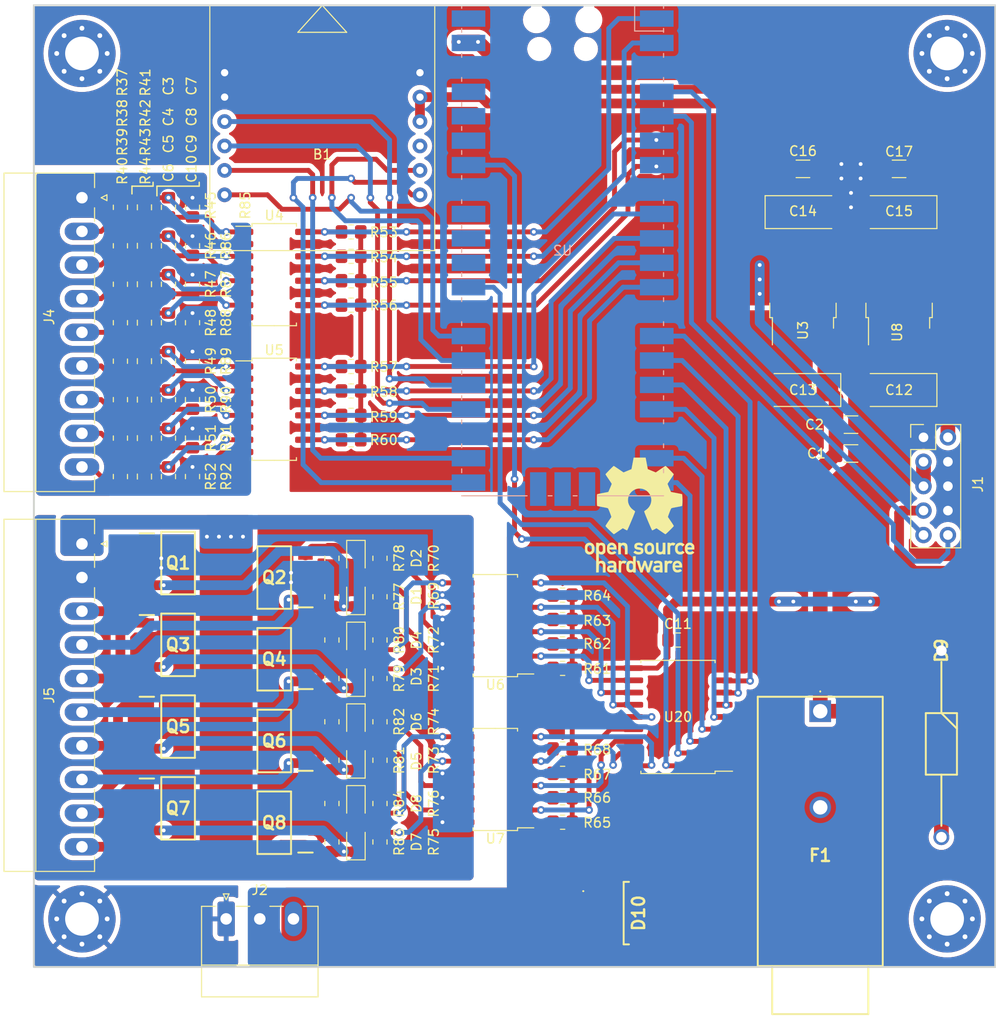
<source format=kicad_pcb>
(kicad_pcb (version 20221018) (generator pcbnew)
  (layers (0 "F.Cu" signal) (31 "B.Cu" signal) (34 "B.Paste" user) (35 "F.Paste" user) (36 "B.SilkS" user "B.Silkscreen") (37 "F.SilkS" user "F.Silkscreen") (38 "B.Mask" user) (39 "F.Mask" user) (44 "Edge.Cuts" user))
  (net 0 "")
  (net 2 "/Power/24VDC_IN1")
  (net 3 "/Head/MOSI")
  (net 4 "/Head/SCLK")
  (net 5 "/Head/CS")
  (net 6 "/Head/INT")
  (net 7 "/Head/MISO")
  (net 8 "/Head/RST")
  (net 9 "+3V3")
  (net 10 "IN_GND")
  (net 11 "IN_24VDC")
  (net 12 "VCC")
  (net 13 "+5V")
  (net 14 "/Head/SDA_0")
  (net 15 "/Head/SCK_0")
  (net 17 "Net-(C3-Pad1)")
  (net 25 "/IO_1/COM_1")
  (net 26 "Net-(C4-Pad1)")
  (net 27 "ADC0")
  (net 28 "ADC1")
  (net 29 "Net-(C5-Pad1)")
  (net 30 "Net-(C6-Pad1)")
  (net 31 "Net-(C7-Pad1)")
  (net 32 "Net-(C8-Pad1)")
  (net 33 "Net-(C9-Pad1)")
  (net 34 "Net-(C10-Pad1)")
  (net 35 "/IO_2/In_0")
  (net 36 "/IO_2/0VDC")
  (net 37 "/IO_2/In_1")
  (net 38 "/IO_2/In_2")
  (net 39 "/IO_2/In_3")
  (net 40 "/IO_2/In_4")
  (net 41 "/IO_2/In_5")
  (net 42 "/IO_2/In_6")
  (net 43 "/IO_2/In_7")
  (net 44 "/IO_1/I_1 0")
  (net 45 "/IO_1/I_1 1")
  (net 46 "/IO_1/I_1 2")
  (net 47 "/IO_1/I_1 3")
  (net 48 "/IO_1/I_1 4")
  (net 49 "/IO_1/I_1 5")
  (net 50 "/IO_1/I_1 6")
  (net 51 "/IO_1/I_1 7")
  (net 52 "/IO_2/24VDC")
  (net 53 "/IO_2/IO2_0")
  (net 54 "/IO_2/IO2_1")
  (net 55 "/IO_2/IO2_2")
  (net 56 "/IO_2/IO2_3")
  (net 57 "/IO_2/IO2_4")
  (net 58 "/IO_2/IO2_5")
  (net 59 "/IO_2/IO2_6")
  (net 60 "/IO_2/IO2_7")
  (net 61 "In1_0")
  (net 62 "In1_1")
  (net 63 "In1_2")
  (net 64 "In1_3")
  (net 65 "In1_4")
  (net 66 "In1_5")
  (net 67 "In1_6")
  (net 68 "In1_7")
  (net 69 "Net-(R61-Pad2)")
  (net 70 "Net-(R62-Pad2)")
  (net 71 "Net-(R63-Pad2)")
  (net 72 "Net-(R64-Pad2)")
  (net 73 "Net-(R65-Pad2)")
  (net 74 "Net-(R66-Pad2)")
  (net 75 "Net-(R67-Pad2)")
  (net 76 "Net-(R68-Pad2)")
  (net 77 "Net-(R69-Pad1)")
  (net 78 "Net-(R70-Pad1)")
  (net 79 "Net-(R71-Pad1)")
  (net 80 "Net-(R72-Pad1)")
  (net 81 "Net-(R73-Pad1)")
  (net 82 "Net-(R74-Pad1)")
  (net 83 "Net-(R75-Pad1)")
  (net 84 "Net-(R76-Pad1)")
  (net 85 "/IO_2/Q1_0")
  (net 86 "/IO_2/Q1_1")
  (net 87 "/IO_2/Q1_2")
  (net 88 "/IO_2/Q1_3")
  (net 89 "/IO_2/Q1_4")
  (net 90 "/IO_2/Q1_5")
  (net 91 "/IO_2/Q1_6")
  (net 92 "/IO_2/Q1_7")
  (net 93 "Out1_7")
  (net 94 "Out1_6")
  (net 95 "Out1_5")
  (net 96 "Out1_4")
  (net 97 "Out1_3")
  (net 98 "Out1_2")
  (net 99 "Out1_1")
  (net 100 "Out1_0")
  (net 101 "Net-(C3-Pad2)")
  (net 102 "Net-(C4-Pad2)")
  (net 103 "Net-(C5-Pad2)")
  (net 104 "Net-(C6-Pad2)")
  (net 105 "Net-(C7-Pad2)")
  (net 106 "Net-(C8-Pad2)")
  (net 107 "Net-(C9-Pad2)")
  (net 108 "Net-(C10-Pad2)")
  (net 109 "Earth")
  (net 110 "Net-(D10-Pad2)")
  (footprint "Package_SO:SOIC-18W_7.5x11.6mm_P1.27mm" (layer "F.Cu") (at 167 124 180)
    (fp_text reference "U20")
    (fp_text value "ULN2803A" hide)
  )
  (footprint "Added:SOT230P700X170-4N" (layer "F.Cu") (at 125 118 180)
    (fp_text reference "Q4")
    (fp_text value "ITS4200SMEPHUMA1" hide)
  )
  (footprint "Added:SOT230P700X170-4N" (layer "F.Cu") (at 115 125)
    (fp_text reference "Q5")
    (fp_text value "ITS4200SMEPHUMA1" hide)
  )
  (footprint "Added:SOT230P700X170-4N" (layer "F.Cu") (at 115 116.5)
    (fp_text reference "Q3")
    (fp_text value "ITS4200SMEPHUMA1" hide)
  )
  (footprint "Resistor_SMD:R_0805_2012Metric_Pad1.20x1.40mm_HandSolder" (layer "F.Cu") (at 109 79 90)
    (fp_text reference "R39")
    (fp_text value "1k2" hide)
  )
  (footprint "Resistor_SMD:R_0805_2012Metric_Pad1.20x1.40mm_HandSolder" (layer "F.Cu") (at 155 116.405 180)
    (fp_text reference "R62")
    (fp_text value "330" hide)
  )
  (footprint "Added:STTH602CBYTR" (layer "F.Cu") (at 163.2 144.4 -90)
    (fp_text reference "D10")
    (fp_text value "STTH602CBY-TR" hide)
  )
  (footprint "Resistor_SMD:R_0805_2012Metric_Pad1.20x1.40mm_HandSolder" (layer "F.Cu") (at 109 75 90)
    (fp_text reference "R38")
    (fp_text value "1k2" hide)
  )
  (footprint "Connector_Phoenix_MC:PhoenixContact_MC_1,5_3-G-3.5_1x03_P3.50mm_Horizontal" (layer "F.Cu") (at 120 145)
    (fp_text reference "J2")
    (fp_text value "Alimentation")
  )
  (footprint "Resistor_SMD:R_0805_2012Metric_Pad1.20x1.40mm_HandSolder" (layer "F.Cu") (at 133 76.095 180)
    (fp_text reference "R54")
    (fp_text value "10k" hide)
  )
  (footprint "Resistor_SMD:R_0805_2012Metric_Pad1.20x1.40mm_HandSolder" (layer "F.Cu") (at 114 99 -90)
    (fp_text reference "R52")
    (fp_text value "680" hide)
  )
  (footprint "Resistor_SMD:R_0805_2012Metric_Pad1.20x1.40mm_HandSolder" (layer "F.Cu") (at 131 133 -90)
    (fp_text reference "R84")
    (fp_text value "100k" hide)
  )
  (footprint "Resistor_SMD:R_0805_2012Metric_Pad1.20x1.40mm_HandSolder" (layer "F.Cu") (at 155 118.945 180)
    (fp_text reference "R61")
    (fp_text value "330" hide)
  )
  (footprint "Resistor_SMD:R_0805_2012Metric_Pad1.20x1.40mm_HandSolder" (layer "F.Cu") (at 116.5 91 -90)
    (fp_text reference "R90")
    (fp_text value "1k2" hide)
  )
  (footprint "Resistor_SMD:R_0805_2012Metric_Pad1.20x1.40mm_HandSolder" (layer "F.Cu") (at 155 127.325 180)
    (fp_text reference "R68")
    (fp_text value "330" hide)
  )
  (footprint "Resistor_SMD:R_0805_2012Metric_Pad1.20x1.40mm_HandSolder" (layer "F.Cu") (at 155 132.405 180)
    (fp_text reference "R66")
    (fp_text value "330" hide)
  )
  (footprint "Resistor_SMD:R_0805_2012Metric_Pad1.20x1.40mm_HandSolder" (layer "F.Cu") (at 114 91 -90)
    (fp_text reference "R50")
    (fp_text value "680" hide)
  )
  (footprint "Capacitor_SMD:C_0805_2012Metric_Pad1.18x1.45mm_HandSolder" (layer "F.Cu") (at 111.5 79 -90)
    (fp_text reference "C5")
    (fp_text value "100n" hide)
  )
  (footprint "MountingHole:MountingHole_3.5mm_Pad_Via" (layer "F.Cu") (at 195 55)
    (fp_text reference "REF**" hide)
    (fp_text value "MountingHole_3.5mm_Pad_Via" hide)
  )
  (footprint "Resistor_SMD:R_0805_2012Metric_Pad1.20x1.40mm_HandSolder" (layer "F.Cu") (at 114 71 -90)
    (fp_text reference "R45")
    (fp_text value "680" hide)
  )
  (footprint "Resistor_SMD:R_0805_2012Metric_Pad1.20x1.40mm_HandSolder" (layer "F.Cu") (at 114 87 -90)
    (fp_text reference "R49")
    (fp_text value "680" hide)
  )
  (footprint "Capacitor_SMD:C_1206_3216Metric_Pad1.33x1.80mm_HandSolder" (layer "F.Cu") (at 185 96.6)
    (fp_text reference "C2")
    (fp_text value "100nF")
  )
  (footprint "MountingHole:MountingHole_3.5mm_Pad_Via" (layer "F.Cu") (at 195 145)
    (fp_text reference "REF**" hide)
    (fp_text value "MountingHole_3.5mm_Pad_Via" hide)
  )
  (footprint "Resistor_SMD:R_0805_2012Metric_Pad1.20x1.40mm_HandSolder" (layer "F.Cu") (at 116.5 79 -90)
    (fp_text reference "R87")
    (fp_text value "1k2" hide)
  )
  (footprint "Connector_Phoenix_MC:PhoenixContact_MC_1,5_10-G-3.5_1x10_P3.50mm_Horizontal" (layer "F.Cu") (at 105 106 -90)
    (fp_text reference "J5")
    (fp_text value "Conn_01x10_Female" hide)
  )
  (footprint "Resistor_SMD:R_0805_2012Metric_Pad1.20x1.40mm_HandSolder" (layer "F.Cu") (at 136 137 -90)
    (fp_text reference "R75")
    (fp_text value "2.7k" hide)
  )
  (footprint "Capacitor_SMD:C_0805_2012Metric_Pad1.18x1.45mm_HandSolder" (layer "F.Cu") (at 167 116)
    (fp_text reference "C11")
    (fp_text value "100n" hide)
  )
  (footprint "Resistor_SMD:R_0805_2012Metric_Pad1.20x1.40mm_HandSolder" (layer "F.Cu") (at 136 120 -90)
    (fp_text reference "R71")
    (fp_text value "2.7k" hide)
  )
  (footprint "Capacitor_Tantalum_SMD:CP_EIA-6032-15_Kemet-U_Pad2.25x2.35mm_HandSolder" (layer "F.Cu") (at 190 71.5 180)
    (fp_text reference "C15")
    (fp_text value "10µF/35V")
  )
  (footprint "Resistor_SMD:R_0805_2012Metric_Pad1.20x1.40mm_HandSolder" (layer "F.Cu") (at 136 116 90)
    (fp_text reference "R72")
    (fp_text value "2.7k" hide)
  )
  (footprint "Resistor_SMD:R_0805_2012Metric_Pad1.20x1.40mm_HandSolder" (layer "F.Cu") (at 136 133 90)
    (fp_text reference "R76")
    (fp_text value "2.7k" hide)
  )
  (footprint "MountingHole:MountingHole_3.5mm_Pad_Via" (layer "F.Cu") (at 105 55)
    (fp_text reference "REF**" hide)
    (fp_text value "MountingHole_3.5mm_Pad_Via" hide)
  )
  (footprint "Resistor_SMD:R_0805_2012Metric_Pad1.20x1.40mm_HandSolder" (layer "F.Cu") (at 116.5 95 -90)
    (fp_text reference "R91")
    (fp_text value "1k2" hide)
  )
  (footprint "Resistor_SMD:R_0805_2012Metric_Pad1.20x1.40mm_HandSolder" (layer "F.Cu") (at 131 137 90)
    (fp_text reference "R83")
    (fp_text value "100k" hide)
  )
  (footprint "Resistor_SMD:R_0805_2012Metric_Pad1.20x1.40mm_HandSolder" (layer "F.Cu") (at 133 78.635 180)
    (fp_text reference "R55")
    (fp_text value "10k" hide)
  )
  (footprint "Added:W5500_Board" (layer "F.Cu") (at 130 65.5)
    (fp_text reference "B1")
    (fp_text value "W5500")
  )
  (footprint "Resistor_SMD:R_0805_2012Metric_Pad1.20x1.40mm_HandSolder" (layer "F.Cu") (at 109 71 90)
    (fp_text reference "R37")
    (fp_text value "1k2" hide)
  )
  (footprint "Resistor_SMD:R_0805_2012Metric_Pad1.20x1.40mm_HandSolder" (layer "F.Cu") (at 131 111.5 90)
    (fp_text reference "R77")
    (fp_text value "100k" hide)
  )
  (footprint "Capacitor_SMD:C_0805_2012Metric_Pad1.18x1.45mm_HandSolder" (layer "F.Cu") (at 111.5 87 -90)
    (fp_text reference "C7")
    (fp_text value "100n" hide)
  )
  (footprint "Diode_SMD:D_0805_2012Metric_Pad1.15x1.40mm_HandSolder" (layer "F.Cu") (at 133.5 133 -90)
    (fp_text reference "D8")
    (fp_text value "9V1" hide)
  )
  (footprint "Connector_PinHeader_2.54mm:PinHeader_2x05_P2.54mm_Vertical" (layer "F.Cu") (at 192.54 94.92)
    (fp_text reference "J1")
    (fp_text value "Conn_02x05_Odd_Even" hide)
  )
  (footprint "Resistor_SMD:R_0805_2012Metric_Pad1.20x1.40mm_HandSolder" (layer "F.Cu") (at 136 107.5 90)
    (fp_text reference "R70")
    (fp_text value "2.7k" hide)
  )
  (footprint "Resistor_SMD:R_0805_2012Metric_Pad1.20x1.40mm_HandSolder" (layer "F.Cu") (at 155 113.865 180)
    (fp_text reference "R63")
    (fp_text value "330" hide)
  )
  (footprint "Added:SOT230P700X170-4N" (layer "F.Cu") (at 115 108)
    (fp_text reference "Q1")
    (fp_text value "ITS4200SMEPHUMA1" hide)
  )
  (footprint "Capacitor_SMD:C_1206_3216Metric_Pad1.33x1.80mm_HandSolder" (layer "F.Cu") (at 190 67 180)
    (fp_text reference "C17")
    (fp_text value "100nF")
  )
  (footprint "Added:696310001002" (layer "F.Cu") (at 181.8 123.4)
    (fp_text reference "F1")
    (fp_text value "Fuse" hide)
  )
  (footprint "Resistor_SMD:R_0805_2012Metric_Pad1.20x1.40mm_HandSolder" (layer "F.Cu") (at 155 129.865 180)
    (fp_text reference "R67")
    (fp_text value "330" hide)
  )
  (footprint "Capacitor_SMD:C_0805_2012Metric_Pad1.18x1.45mm_HandSolder" (layer "F.Cu") (at 111.5 99 -90)
    (fp_text reference "C10")
    (fp_text value "100n" hide)
  )
  (footprint "Diode_SMD:D_0805_2012Metric_Pad1.15x1.40mm_HandSolder" (layer "F.Cu") (at 133.5 107.5 -90)
    (fp_text reference "D2")
    (fp_text value "9V1" hide)
  )
  (footprint "Resistor_SMD:R_0805_2012Metric_Pad1.20x1.40mm_HandSolder" (layer "F.Cu") (at 109 91 90)
    (fp_text reference "R42")
    (fp_text value "1k2" hide)
  )
  (footprint "Resistor_SMD:R_0805_2012Metric_Pad1.20x1.40mm_HandSolder" (layer "F.Cu") (at 136 111.5 -90)
    (fp_text reference "R69")
    (fp_text value "2.7k" hide)
  )
  (footprint "Package_SO:SOP-16_4.4x10.4mm_P1.27mm" (layer "F.Cu") (at 125 92)
    (fp_text reference "U5")
    (fp_text value "TLP290-4")
  )
  (footprint "Resistor_SMD:R_0805_2012Metric_Pad1.20x1.40mm_HandSolder" (layer "F.Cu") (at 133 95.175 180)
    (fp_text reference "R60")
    (fp_text value "10k" hide)
  )
  (footprint "Resistor_SMD:R_0805_2012Metric_Pad1.20x1.40mm_HandSolder" (layer "F.Cu") (at 133 90.095 180)
    (fp_text reference "R58")
    (fp_text value "10k" hide)
  )
  (footprint "Diode_SMD:D_0805_2012Metric_Pad1.15x1.40mm_HandSolder" (layer "F.Cu") (at 133.5 124.5 -90)
    (fp_text reference "D6")
    (fp_text value "9V1" hide)
  )
  (footprint "Resistor_SMD:R_0805_2012Metric_Pad1.20x1.40mm_HandSolder" (layer "F.Cu") (at 116.5 87 -90)
    (fp_text reference "R89")
    (fp_text value "1k2" hide)
  )
  (footprint "Symbol:OSHW-Logo_11.4x12mm_SilkScreen" (layer "F.Cu") (at 163 103)
    (fp_text reference "REF**" hide)
    (fp_text value "OSHW-Logo_11.4x12mm_SilkScreen" hide)
  )
  (footprint "Package_TO_SOT_SMD:TO-252-2" (layer "F.Cu") (at 180 80 90)
    (fp_text reference "U3")
    (fp_text value "LD1086DT33TR")
  )
  (footprint "Diode_SMD:D_0805_2012Metric_Pad1.15x1.40mm_HandSolder" (layer "F.Cu") (at 133.5 116 -90)
    (fp_text reference "D4")
    (fp_text value "9V1" hide)
  )
  (footprint "Added:SOT230P700X170-4N" (layer "F.Cu") (at 125 135 180)
    (fp_text reference "Q8")
    (fp_text value "ITS4200SMEPHUMA1" hide)
  )
  (footprint "Added:SOT230P700X170-4N" (layer "F.Cu") (at 125 109.5 180)
    (fp_text reference "Q2")
    (fp_text value "ITS4200SMEPHUMA1" hide)
  )
  (footprint "Diode_SMD:D_0805_2012Metric_Pad1.15x1.40mm_HandSolder" (layer "F.Cu") (at 133.5 137 90)
    (fp_text reference "D7")
    (fp_text value "9V1" hide)
  )
  (footprint "Resistor_SMD:R_0805_2012Metric_Pad1.20x1.40mm_HandSolder" (layer "F.Cu") (at 116.5 71 -90)
    (fp_text reference "R85")
    (fp_text value "1k2" hide)
  )
  (footprint "Capacitor_SMD:C_0805_2012Metric_Pad1.18x1.45mm_HandSolder" (layer "F.Cu") (at 111.5 71 -90)
    (fp_text reference "C3")
    (fp_text value "100n" hide)
  )
  (footprint "Resistor_SMD:R_0805_2012Metric_Pad1.20x1.40mm_HandSolder" (layer "F.Cu") (at 116.5 83 -90)
    (fp_text reference "R88")
    (fp_text value "1k2" hide)
  )
  (footprint "Package_TO_SOT_SMD:TO-252-2" (layer "F.Cu") (at 190 80 90)
    (fp_text reference "U8")
    (fp_text value "LD1086DT50TR")
  )
  (footprint "Added:SOT230P700X170-4N" (layer "F.Cu") (at 125 126.5 180)
    (fp_text reference "Q6")
    (fp_text value "ITS4200SMEPHUMA1" hide)
  )
  (footprint "Diode_SMD:D_0805_2012Metric_Pad1.15x1.40mm_HandSolder" (layer "F.Cu") (at 133.5 120 90)
    (fp_text reference "D3")
    (fp_text value "9V1" hide)
  )
  (footprint "Resistor_SMD:R_0805_2012Metric_Pad1.20x1.40mm_HandSolder" (layer "F.Cu") (at 131 124.5 -90)
    (fp_text reference "R82")
    (fp_text value "100k" hide)
  )
  (footprint "Connector_Phoenix_MC:PhoenixContact_MC_1,5_9-G-3.5_1x09_P3.50mm_Horizontal" (layer "F.Cu") (at 105 70 -90)
    (fp_text reference "J4")
    (fp_text value "In/Out 1" hide)
  )
  (footprint "Resistor_SMD:R_0805_2012Metric_Pad1.20x1.40mm_HandSolder" (layer "F.Cu") (at 109 99 90)
    (fp_text reference "R44")
    (fp_text value "1k2" hide)
  )
  (footprint "Added:DIOAD1936W88L640D324" (layer "F.Cu") (at 194.4 117.1 -90)
    (fp_text reference "D9")
    (fp_text value "P6KE33CA" hide)
  )
  (footprint "Resistor_SMD:R_0805_2012Metric_Pad1.20x1.40mm_HandSolder" (layer "F.Cu") (at 109 95 90)
    (fp_text reference "R43")
    (fp_text value "1k2" hide)
  )
  (footprint "Resistor_SMD:R_0805_2012Metric_Pad1.20x1.40mm_HandSolder" (layer "F.Cu") (at 114 75 -90)
    (fp_text reference "R46")
    (fp_text value "680" hide)
  )
  (footprint "Resistor_SMD:R_0805_2012Metric_Pad1.20x1.40mm_HandSolder" (layer "F.Cu") (at 155 111.325 180)
    (fp_text reference "R64")
    (fp_text value "330" hide)
  )
  (footprint "Package_SO:SOP-16_4.4x10.4mm_P1.27mm" (layer "F.Cu") (at 148 130.5 180)
    (fp_text reference "U7")
    (fp_text value "TLP290-4")
  )
  (footprint "Resistor_SMD:R_0805_2012Metric_Pad1.20x1.40mm_HandSolder" (layer "F.Cu") (at 136 128.5 -90)
    (fp_text reference "R73")
    (fp_text value "2.7k" hide)
  )
  (footprint "Resistor_SMD:R_0805_2012Metric_Pad1.20x1.40mm_HandSolder" (layer "F.Cu") (at 133 87.555 180)
    (fp_text reference "R57")
    (fp_text value "10k" hide)
  )
  (footprint "Diode_SMD:D_0805_2012Metric_Pad1.15x1.40mm_HandSolder" (layer "F.Cu") (at 133.5 128.5 90)
    (fp_text reference "D5")
    (fp_text value "9V1" hide)
  )
  (footprint "Resistor_SMD:R_0805_2012Metric_Pad1.20x1.40mm_HandSolder" (layer "F.Cu") (at 116.5 75 -90)
    (fp_text reference "R86")
    (fp_text value "1k2" hide)
  )
  (footprint "Package_SO:SOP-16_4.4x10.4mm_P1.27mm" (layer "F.Cu") (at 125 78)
    (fp_text reference "U4")
    (fp_text value "TLP290-4")
  )
  (footprint "Diode_SMD:D_0805_2012Metric_Pad1.15x1.40mm_HandSolder" (layer "F.Cu") (at 133.5 111.5 90)
    (fp_text reference "D1")
    (fp_text value "9V1" hide)
  )
  (footprint "Resistor_SMD:R_0805_2012Metric_Pad1.20x1.40mm_HandSolder" (layer "F.Cu") (at 133 81.175 180)
    (fp_text reference "R56")
    (fp_text value "10k" hide)
  )
  (footprint "Added:SOT230P700X170-4N" (layer "F.Cu") (at 115 133.5)
    (fp_text reference "Q7")
    (fp_text value "ITS4200SMEPHUMA1" hide)
  )
  (footprint "Resistor_SMD:R_0805_2012Metric_Pad1.20x1.40mm_HandSolder" (layer "F.Cu") (at 131 116 -90)
    (fp_text reference "R80")
    (fp_text value "100k" hide)
  )
  (footprint "Capacitor_Tantalum_SMD:CP_EIA-6032-15_Kemet-U_Pad2.25x2.35mm_HandSolder" (layer "F.Cu") (at 180 90 180)
    (fp_text reference "C13")
    (fp_text value "10µF/35V")
  )
  (footprint "Capacitor_SMD:C_1206_3216Metric_Pad1.33x1.80mm_HandSolder" (layer "F.Cu") (at 185 93.6)
    (fp_text reference "C1")
    (fp_text value "100nF")
  )
  (footprint "Resistor_SMD:R_0805_2012Metric_Pad1.20x1.40mm_HandSolder" (layer "F.Cu") (at 109 87 90)
    (fp_text reference "R41")
    (fp_text value "1k2" hide)
  )
  (footprint "Resistor_SMD:R_0805_2012Metric_Pad1.20x1.40mm_HandSolder" (layer "F.Cu") (at 133 73.555 180)
    (fp_text reference "R53")
    (fp_text value "10k" hide)
  )
  (footprint "Capacitor_SMD:C_0805_2012Metric_Pad1.18x1.45mm_HandSolder" (layer "F.Cu") (at 111.5 83 -90)
    (fp_text reference "C6")
    (fp_text value "100n" hide)
  )
  (footprint "Resistor_SMD:R_0805_2012Metric_Pad1.20x1.40mm_HandSolder" (layer "F.Cu") (at 136 124.5 90)
    (fp_text reference "R74")
    (fp_text value "2.7k" hide)
  )
  (footprint "MountingHole:MountingHole_3.5mm_Pad_Via" (layer "F.Cu") (at 105 145)
    (fp_text reference "REF**" hide)
    (fp_text value "MountingHole_3.5mm_Pad_Via" hide)
  )
  (footprint "Resistor_SMD:R_0805_2012Metric_Pad1.20x1.40mm_HandSolder" (layer "F.Cu") (at 131 120 90)
    (fp_text reference "R79")
    (fp_text value "100k" hide)
  )
  (footprint "Resistor_SMD:R_0805_2012Metric_Pad1.20x1.40mm_HandSolder" (layer "F.Cu") (at 133 92.635 180)
    (fp_text reference "R59")
    (fp_text value "10k" hide)
  )
  (footprint "Package_SO:SOP-16_4.4x10.4mm_P1.27mm" (layer "F.Cu") (at 148 114.5 180)
    (fp_text reference "U6")
    (fp_text value "TLP290-4")
  )
  (footprint "Resistor_SMD:R_0805_2012Metric_Pad1.20x1.40mm_HandSolder" (layer "F.Cu") (at 131 107.5 -90)
    (fp_text reference "R78")
    (fp_text value "100k" hide)
  )
  (footprint "Resistor_SMD:R_0805_2012Metric_Pad1.20x1.40mm_HandSolder" (layer "F.Cu") (at 114 83 -90)
    (fp_text reference "R48")
    (fp_text value "680" hide)
  )
  (footprint "Resistor_SMD:R_0805_2012Metric_Pad1.20x1.40mm_HandSolder" (layer "F.Cu") (at 131 128.5 90)
    (fp_text reference "R81")
    (fp_text value "100k" hide)
  )
  (footprint "Capacitor_Tantalum_SMD:CP_EIA-6032-15_Kemet-U_Pad2.25x2.35mm_HandSolder" (layer "F.Cu") (at 180 71.5)
    (fp_text reference "C14")
    (fp_text value "10µF/35V")
  )
  (footprint "Resistor_SMD:R_0805_2012Metric_Pad1.20x1.40mm_HandSolder" (layer "F.Cu") (at 114 79 -90)
    (fp_text reference "R47")
    (fp_text value "680" hide)
  )
  (footprint "Capacitor_SMD:C_0805_2012Metric_Pad1.18x1.45mm_HandSolder" (layer "F.Cu") (at 111.5 91 -90)
    (fp_text reference "C8")
    (fp_text value "100n" hide)
  )
  (footprint "Resistor_SMD:R_0805_2012Metric_Pad1.20x1.40mm_HandSolder" (layer "F.Cu") (at 116.5 99 -90)
    (fp_text reference "R92")
    (fp_text value "1k2" hide)
  )
  (footprint "Resistor_SMD:R_0805_2012Metric_Pad1.20x1.40mm_HandSolder" (layer "F.Cu") (at 109 83 90)
    (fp_text reference "R40")
    (fp_text value "1k2" hide)
  )
  (footprint "Capacitor_SMD:C_1206_3216Metric_Pad1.33x1.80mm_HandSolder" (layer "F.Cu") (at 180 67)
    (fp_text reference "C16")
    (fp_text value "100nF")
  )
  (footprint "Capacitor_SMD:C_0805_2012Metric_Pad1.18x1.45mm_HandSolder" (layer "F.Cu") (at 111.5 95 -90)
    (fp_text reference "C9")
    (fp_text value "100n" hide)
  )
  (footprint "Resistor_SMD:R_0805_2012Metric_Pad1.20x1.40mm_HandSolder" (layer "F.Cu") (at 114 95 -90)
    (fp_text reference "R51")
    (fp_text value "680" hide)
  )
  (footprint "Capacitor_SMD:C_0805_2012Metric_Pad1.18x1.45mm_HandSolder" (layer "F.Cu") (at 111.5 75 -90)
    (fp_text reference "C4")
    (fp_text value "100n" hide)
  )
  (footprint "Capacitor_Tantalum_SMD:CP_EIA-6032-15_Kemet-U_Pad2.25x2.35mm_HandSolder" (layer "F.Cu") (at 190 90 180)
    (fp_text reference "C12")
    (fp_text value "10µF/35V")
  )
  (footprint "Resistor_SMD:R_0805_2012Metric_Pad1.20x1.40mm_HandSolder" (layer "F.Cu") (at 155 134.945 180)
    (fp_text reference "R65")
    (fp_text value "330" hide)
  )
  (footprint "MCU_RaspberryPi_and_Boards:RPi_Pico_SMD" (layer "B.Cu") (at 155 75.5 180)
    (fp_text reference "U2")
    (fp_text value "Pico")
  )
  (gr_line (start 117.2 68.8) (end 117.2 68.4) (stroke (width 0.15)) (layer "F.SilkS"))
  (gr_line (start 110.2 68.8) (end 110.2 69.6) (stroke (width 0.15)) (layer "F.SilkS"))
  (gr_line (start 112.2 68.8) (end 110.2 68.8) (stroke (width 0.15)) (layer "F.SilkS"))
  (gr_line (start 112.2 68.8) (end 112.4 68.8) (stroke (width 0.15)) (layer "F.SilkS"))
  (gr_line (start 117 68.8) (end 113 68.8) (stroke (width 0.15)) (layer "F.SilkS"))
  (gr_line (start 112.8 68.8) (end 112.8 69.8) (stroke (width 0.15)) (layer "F.SilkS"))
  (gr_line (start 112.4 68.8) (end 112.4 68.4) (stroke (width 0.15)) (layer "F.SilkS"))
  (gr_line (start 117 68.8) (end 117.2 68.8) (stroke (width 0.15)) (layer "F.SilkS"))
  (gr_line (start 113 68.8) (end 112.8 68.8) (stroke (width 0.15)) (layer "F.SilkS"))
  (gr_rect (start 100 50) (end 200 150) (stroke (width 0.2)) (fill none) (layer "Edge.Cuts"))
  (segment (start 137 88.825) (end 137 70) (width 0.508) (layer "F.Cu") (net 3))
  (via (at 137 88.825) (size 0.8) (drill 0.4) (layers "F.Cu" "B.Cu") (net 3))
  (via (at 137 70) (size 0.8) (drill 0.4) (layers "F.Cu" "B.Cu") (net 3))
  (segment (start 140.575 88.825) (end 141.25 89.5) (width 0.508) (layer "B.Cu") (net 3))
  (segment (start 146.08 89.5) (end 146.11 89.47) (width 0.508) (layer "B.Cu") (net 3))
  (segment (start 137 64) (end 135.08 62.08) (width 0.508) (layer "B.Cu") (net 3))
  (segment (start 141.25 89.5) (end 146.08 89.5) (width 0.508) (layer "B.Cu") (net 3))
  (segment (start 137 88.825) (end 140.575 88.825) (width 0.508) (layer "B.Cu") (net 3))
  (segment (start 135.08 62.08) (end 119.84 62.08) (width 0.508) (layer "B.Cu") (net 3))
  (segment (start 137 70) (end 137 64) (width 0.508) (layer "B.Cu") (net 3))
  (segment (start 135.75 90.75) (end 135.75 71.25) (width 0.508) (layer "F.Cu") (net 4))
  (segment (start 137 91.365) (end 136.365 91.365) (width 0.508) (layer "F.Cu") (net 4))
  (segment (start 135 70.5) (end 135 70) (width 0.508) (layer "F.Cu") (net 4))
  (segment (start 135.75 71.25) (end 135 70.5) (width 0.508) (layer "F.Cu") (net 4))
  (segment (start 136.365 91.365) (end 135.75 90.75) (width 0.508) (layer "F.Cu") (net 4))
  (via (at 135 70) (size 0.8) (drill 0.4) (layers "F.Cu" "B.Cu") (net 4))
  (via (at 137 91.365) (size 0.8) (drill 0.4) (layers "F.Cu" "B.Cu") (net 4))
  (segment (start 135 66) (end 133.62 64.62) (width 0.508) (layer "B.Cu") (net 4))
  (segment (start 141.01 92.01) (end 146.11 92.01) (width 0.508) (layer "B.Cu") (net 4))
  (segment (start 137 91.365) (end 140.365 91.365) (width 0.508) (layer "B.Cu") (net 4))
  (segment (start 135 70) (end 135 66) (width 0.508) (layer "B.Cu") (net 4))
  (segment (start 140.365 91.365) (end 141.01 92.01) (width 0.508) (layer "B.Cu") (net 4))
  (segment (start 133.62 64.62) (end 119.84 64.62) (width 0.508) (layer "B.Cu") (net 4))
  (segment (start 129 70) (end 129 67.6) (width 0.508) (layer "F.Cu") (net 5))
  (segment (start 128.56 67.16) (end 119.84 67.16) (width 0.508) (layer "F.Cu") (net 5))
  (segment (start 129 67.6) (end 128.56 67.16) (width 0.508) (layer "F.Cu") (net 5))
  (via (at 129 70) (size 0.8) (drill 0.4) (layers "F.Cu" "B.Cu") (net 5))
  (segment (start 129.84 97.09) (end 129 96.25) (width 0.508) (layer "B.Cu") (net 5))
  (segment (start 129 96.25) (end 129 70) (width 0.508) (layer "B.Cu") (net 5))
  (segment (start 146.11 97.09) (end 129.84 97.09) (width 0.508) (layer "B.Cu") (net 5))
  (segment (start 125.8 71.2) (end 124.3 69.7) (width 0.508) (layer "F.Cu") (net 6))
  (segment (start 131.8 71.2) (end 125.8 71.2) (width 0.508) (layer "F.Cu") (net 6))
  (segment (start 124.3 69.7) (end 119.84 69.7) (width 0.508) (layer "F.Cu") (net 6))
  (segment (start 133 70) (end 131.8 71.2) (width 0.508) (layer "F.Cu") (net 6))
  (via (at 133 70) (size 0.8) (drill 0.4) (layers "F.Cu" "B.Cu") (net 6))
  (segment (start 140.65 71.4) (end 134 71.4) (width 0.508) (layer "B.Cu") (net 6))
  (segment (start 146.11 84.39) (end 142.14 84.39) (width 0.508) (layer "B.Cu") (net 6))
  (segment (start 142.14 84.39) (end 141.5 83.75) (width 0.508) (layer "B.Cu") (net 6))
  (segment (start 133 70.4) (end 133 70) (width 0.508) (layer "B.Cu") (net 6))
  (segment (start 134 71.4) (end 133 70.4) (width 0.508) (layer "B.Cu") (net 6))
  (segment (start 141.5 83.75) (end 141.5 72.25) (width 0.508) (layer "B.Cu") (net 6))
  (segment (start 141.5 72.25) (end 140.65 71.4) (width 0.508) (layer "B.Cu") (net 6))
  (segment (start 140.16 69.7) (end 139.3 69.7) (width 0.508) (layer "F.Cu") (net 7))
  (segment (start 138 68.4) (end 133.4 68.4) (width 0.508) (layer "F.Cu") (net 7))
  (segment (start 133.4 68.4) (end 133 68) (width 0.508) (layer "F.Cu") (net 7))
  (segment (start 139.3 69.7) (end 138 68.4) (width 0.508) (layer "F.Cu") (net 7))
  (via (at 133 68) (size 0.8) (drill 0.4) (layers "F.Cu" "B.Cu") (net 7))
  (via (at 127 70) (size 0.8) (drill 0.4) (layers "F.Cu" "B.Cu") (net 7))
  (segment (start 128 97.75) (end 128 72.4) (width 0.508) (layer "B.Cu") (net 7))
  (segment (start 129.88 99.63) (end 128 97.75) (width 0.508) (layer "B.Cu") (net 7))
  (segment (start 128 72.4) (end 128 71) (width 0.508) (layer "B.Cu") (net 7))
  (segment (start 127 70) (end 127 68.4) (width 0.508) (layer "B.Cu") (net 7))
  (segment (start 146.11 99.63) (end 129.88 99.63) (width 0.508) (layer "B.Cu") (net 7))
  (segment (start 128 71) (end 127 70) (width 0.508) (layer "B.Cu") (net 7))
  (segment (start 127.4 68) (end 133 68) (width 0.508) (layer "B.Cu") (net 7))
  (segment (start 127 68.4) (end 127.4 68) (width 0.508) (layer "B.Cu") (net 7))
  (segment (start 131 70) (end 131 66.6) (width 0.508) (layer "F.Cu") (net 8))
  (segment (start 136.76 67.16) (end 140.16 67.16) (width 0.508) (layer "F.Cu") (net 8))
  (segment (start 131 66.6) (end 131.6 66) (width 0.508) (layer "F.Cu") (net 8))
  (segment (start 135.6 66) (end 136.76 67.16) (width 0.508) (layer "F.Cu") (net 8))
  (segment (start 131.6 66) (end 135.6 66) (width 0.508) (layer "F.Cu") (net 8))
  (via (at 131 70) (size 0.8) (drill 0.4) (layers "F.Cu" "B.Cu") (net 8))
  (segment (start 131 71) (end 131 70) (width 0.508) (layer "B.Cu") (net 8))
  (segment (start 142.43 86.93) (end 140.25 84.75) (width 0.508) (layer "B.Cu") (net 8))
  (segment (start 146.11 86.93) (end 142.43 86.93) (width 0.508) (layer "B.Cu") (net 8))
  (segment (start 140.25 72.75) (end 139.9 72.4) (width 0.508) (layer "B.Cu") (net 8))
  (segment (start 140.25 84.75) (end 140.25 72.75) (width 0.508) (layer "B.Cu") (net 8))
  (segment (start 132.4 72.4) (end 131 71) (width 0.508) (layer "B.Cu") (net 8))
  (segment (start 139.9 72.4) (end 132.4 72.4) (width 0.508) (layer "B.Cu") (net 8))
  (segment (start 192.54 100) (end 192.54 97.46) (width 1.524) (layer "F.Cu") (net 9))
  (segment (start 147.2 60.2) (end 146.54 59.54) (width 1.016) (layer "F.Cu") (net 9))
  (segment (start 178.4375 62.0375) (end 178.4375 67) (width 1.016) (layer "F.Cu") (net 9))
  (segment (start 140.16 59.54) (end 140.16 62.08) (width 1.016) (layer "F.Cu") (net 9))
  (segment (start 146.54 59.54) (end 140.16 59.54) (width 1.016) (layer "F.Cu") (net 9))
  (segment (start 176.6 60.2) (end 178.4375 62.0375) (width 1.016) (layer "F.Cu") (net 9))
  (segment (start 147.2 60.2) (end 176.6 60.2) (width 1.016) (layer "F.Cu") (net 9))
  (via (at 175.5 77) (size 0.8) (drill 0.4) (layers "F.Cu" "B.Cu") (net 9))
  (via (at 175.5 80) (size 0.8) (drill 0.4) (layers "F.Cu" "B.Cu") (net 9))
  (via (at 175.5 78.5) (size 0.8) (drill 0.4) (layers "F.Cu" "B.Cu") (net 9))
  (segment (start 175.5 80) (end 175.5 82.96) (width 1.016) (layer "B.Cu") (net 9))
  (segment (start 175.5 82.96) (end 192.54 100) (width 1.016) (layer "B.Cu") (net 9))
  (segment (start 175.5 77) (end 175.5 80) (width 1.016) (layer "B.Cu") (net 9))
  (segment (start 168.0375 116) (end 168.0375 117.7875) (width 0.508) (layer "F.Cu") (net 10))
  (segment (start 169.17 118.92) (end 171.65 118.92) (width 0.508) (layer "F.Cu") (net 10))
  (segment (start 187.72 89.73) (end 187.45 90) (width 1.524) (layer "F.Cu") (net 10))
  (segment (start 177.72 84.2) (end 177.72 89.73) (width 1.524) (layer "F.Cu") (net 10))
  (segment (start 168.0375 117.7875) (end 169.17 118.92) (width 0.508) (layer "F.Cu") (net 10))
  (segment (start 177.72 89.73) (end 177.45 90) (width 1.524) (layer "F.Cu") (net 10))
  (via (at 185 71) (size 0.8) (drill 0.4) (layers "F.Cu" "B.Cu") (net 10))
  (via (at 184 66.5) (size 0.8) (drill 0.4) (layers "F.Cu" "B.Cu") (net 10))
  (via (at 186 66.5) (size 0.8) (drill 0.4) (layers "F.Cu" "B.Cu") (net 10))
  (via (at 186 68) (size 0.8) (drill 0.4) (layers "F.Cu" "B.Cu") (net 10))
  (via (at 184 68) (size 0.8) (drill 0.4) (layers "F.Cu" "B.Cu") (net 10))
  (via (at 185 69.5) (size 0.8) (drill 0.4) (layers "F.Cu" "B.Cu") (net 10))
  (segment (start 192.28 86.52) (end 192.28 89.73) (width 1.524) (layer "F.Cu") (net 11))
  (segment (start 194.6 90) (end 192.55 90) (width 1.524) (layer "F.Cu") (net 11))
  (segment (start 192.28 84.2) (end 192.28 86.52) (width 1.524) (layer "F.Cu") (net 11))
  (segment (start 183.4375 96.6) (end 183.4375 90.8875) (width 1.524) (layer "F.Cu") (net 11))
  (segment (start 182.28 86.72) (end 182.28 89.73) (width 1.524) (layer "F.Cu") (net 11))
  (segment (start 189.8 123.4) (end 194.4 128) (width 1.524) (layer "F.Cu") (net 11))
  (segment (start 181.8 123.4) (end 189.8 123.4) (width 1.524) (layer "F.Cu") (net 11))
  (segment (start 182.28 89.73) (end 182.55 90) (width 1.524) (layer "F.Cu") (net 11))
  (segment (start 192.28 86.75) (end 182.3 86.75) (width 1.524) (layer "F.Cu") (net 11))
  (segment (start 183.4375 90.8875) (end 182.55 90) (width 1.524) (layer "F.Cu") (net 11))
  (segment (start 192.28 89.73) (end 192.55 90) (width 1.524) (layer "F.Cu") (net 11))
  (segment (start 182.28 84.2) (end 182.28 86.72) (width 1.524) (layer "F.Cu") (net 11))
  (segment (start 181.8 98.2375) (end 181.8 123.4) (width 1.524) (layer "F.Cu") (net 11))
  (segment (start 195.08 94.92) (end 195.08 90.48) (width 1.524) (layer "F.Cu") (net 11))
  (segment (start 194.4 128) (end 194.4 136.5) (width 1.524) (layer "F.Cu") (net 11))
  (segment (start 195.08 90.48) (end 194.6 90) (width 1.524) (layer "F.Cu") (net 11))
  (segment (start 183.4375 96.6) (end 181.8 98.2375) (width 1.524) (layer "F.Cu") (net 11))
  (segment (start 134 73.555) (end 134 95.175) (width 0.508) (layer "F.Cu") (net 12))
  (segment (start 156 127.325) (end 156 118.945) (width 0.508) (layer "F.Cu") (net 13))
  (segment (start 188.4 112) (end 187 112) (width 1.016) (layer "F.Cu") (net 13))
  (segment (start 170.8 57) (end 149.4 57) (width 1.524) (layer "F.Cu") (net 13))
  (segment (start 156.025 118.92) (end 156 118.945) (width 0.508) (layer "F.Cu") (net 13))
  (segment (start 185.6 57) (end 170.8 57) (width 1.524) (layer "F.Cu") (net 13))
  (segment (start 177.5 112) (end 166.8 112) (width 1.016) (layer "F.Cu") (net 13))
  (segment (start 164.83 118.92) (end 165.9625 117.7875) (width 0.508) (layer "F.Cu") (net 13))
  (segment (start 190.26 102.54) (end 192.54 102.54) (width 1.016) (layer "F.Cu") (net 13))
  (segment (start 162.35 118.92) (end 156.025 118.92) (width 0.508) (layer "F.Cu") (net 13))
  (segment (start 149.4 57) (end 146.2 53.8) (width 1.524) (layer "F.Cu") (net 13))
  (segment (start 179 112) (end 177.5 112) (width 1.016) (layer "F.Cu") (net 13))
  (segment (start 185.5 112) (end 187 112) (width 1.016) (layer "F.Cu") (net 13))
  (segment (start 196 108.8) (end 191.6 108.8) (width 1.016) (layer "F.Cu") (net 13))
  (segment (start 156 134.945) (end 156 127.325) (width 0.508) (layer "F.Cu") (net 13))
  (segment (start 197.8 78.6) (end 197.8 107) (width 1.016) (layer "F.Cu") (net 13))
  (segment (start 165.9625 117.7875) (end 165.9625 116) (width 0.508) (layer "F.Cu") (net 13))
  (segment (start 191.5625 67) (end 191.5625 62.9625) (width 1.524) (layer "F.Cu") (net 13))
  (segment (start 190 102.8) (end 190.26 102.54) (width 1.016) (layer "F.Cu") (net 13))
  (segment (start 165.9625 112.8375) (end 165.9625 116) (width 1.016) (layer "F.Cu") (net 13))
  (segment (start 190 107.2) (end 190 102.8) (width 1.016) (layer "F.Cu") (net 13))
  (segment (start 191.6 108.8) (end 190 107.2) (width 1.016) (layer "F.Cu") (net 13))
  (segment (start 197.1 77.9) (end 197.8 78.6) (width 1.016) (layer "F.Cu") (net 13))
  (segment (start 166.8 112) (end 165.9625 112.8375) (width 1.016) (layer "F.Cu") (net 13))
  (segment (start 190 77.9) (end 197.1 77.9) (width 1.016) (layer "F.Cu") (net 13))
  (segment (start 191.5625 62.9625) (end 185.6 57) (width 1.524) (layer "F.Cu") (net 13))
  (segment (start 162.35 118.92) (end 164.83 118.92) (width 0.508) (layer "F.Cu") (net 13))
  (segment (start 191.6 108.8) (end 188.4 112) (width 1.016) (layer "F.Cu") (net 13))
  (segment (start 156 118.945) (end 156 111.325) (width 0.508) (layer "F.Cu") (net 13))
  (segment (start 144.2 53.8) (end 146.2 53.8) (width 1.524) (layer "F.Cu") (net 13))
  (segment (start 197.8 107) (end 196 108.8) (width 1.016) (layer "F.Cu") (net 13))
  (via (at 185.5 112) (size 0.8) (drill 0.4) (layers "F.Cu" "B.Cu") (net 13))
  (via (at 179 112) (size 0.8) (drill 0.4) (layers "F.Cu" "B.Cu") (net 13))
  (via (at 146.2 53.8) (size 0.8) (drill 0.4) (layers "F.Cu" "B.Cu") (net 13))
  (via (at 177.5 112) (size 0.8) (drill 0.4) (layers "F.Cu" "B.Cu") (net 13))
  (via (at 144.2 53.8) (size 0.8) (drill 0.4) (layers "F.Cu" "B.Cu") (net 13))
  (via (at 187 112) (size 0.8) (drill 0.4) (layers "F.Cu" "B.Cu") (net 13))
  (segment (start 177.5 112) (end 187 112) (width 1.016) (layer "B.Cu") (net 13))
  (segment (start 170.2 82.74) (end 170.2 60.8) (width 0.508) (layer "B.Cu") (net 14))
  (segment (start 170.2 60.8) (end 168.39 58.99) (width 0.508) (layer "B.Cu") (net 14))
  (segment (start 168.39 58.99) (end 163.89 58.99) (width 0.508) (layer "B.Cu") (net 14))
  (segment (start 192.54 105.08) (end 170.2 82.74) (width 0.508) (layer "B.Cu") (net 14))
  (segment (start 167.73 61.53) (end 168.4 62.2) (width 0.508) (layer "B.Cu") (net 15))
  (segment (start 168.4 83) (end 189.4 104) (width 0.508) (layer "B.Cu") (net 15))
  (segment (start 191.6 107.8) (end 194.2 107.8) (width 0.508) (layer "B.Cu") (net 15))
  (segment (start 194.2 107.8) (end 195.08 106.92) (width 0.508) (layer "B.Cu") (net 15))
  (segment (start 189.4 105.6) (end 191.6 107.8) (width 0.508) (layer "B.Cu") (net 15))
  (segment (start 195.08 106.92) (end 195.08 105.08) (width 0.508) (layer "B.Cu") (net 15))
  (segment (start 168.4 62.2) (end 168.4 83) (width 0.508) (layer "B.Cu") (net 15))
  (segment (start 163.89 61.53) (end 167.73 61.53) (width 0.508) (layer "B.Cu") (net 15))
  (segment (start 189.4 104) (end 189.4 105.6) (width 0.508) (layer "B.Cu") (net 15))
  (segment (start 121.75 73.555) (end 120 73.555) (width 0.508) (layer "F.Cu") (net 17))
  (segment (start 114 70) (end 109 70) (width 0.508) (layer "F.Cu") (net 17))
  (via (at 114 70) (size 0.8) (drill 0.4) (layers "F.Cu" "B.Cu") (net 17))
  (via (at 120 73.555) (size 0.8) (drill 0.4) (layers "F.Cu" "B.Cu") (net 17))
  (segment (start 117.75 72) (end 116 72) (width 0.508) (layer "B.Cu") (net 17))
  (segment (start 119.305 73.555) (end 117.75 72) (width 0.508) (layer "B.Cu") (net 17))
  (segment (start 116 72) (end 114 70) (width 0.508) (layer "B.Cu") (net 17))
  (segment (start 120 73.555) (end 119.305 73.555) (width 0.508) (layer "B.Cu") (net 17))
  (via (at 116.5 86) (size 0.8) (drill 0.4) (layers "F.Cu" "B.Cu") (net 25))
  (via (at 116.5 70) (size 0.8) (drill 0.4) (layers "F.Cu" "B.Cu") (net 25))
  (via (at 116.5 78) (size 0.8) (drill 0.4) (layers "F.Cu" "B.Cu") (net 25))
  (via (at 116.5 82) (size 0.8) (drill 0.4) (layers "F.Cu" "B.Cu") (net 25))
  (via (at 116.5 74) (size 0.8) (drill 0.4) (layers "F.Cu" "B.Cu") (net 25))
  (via (at 116.5 98) (size 0.8) (drill 0.4) (layers "F.Cu" "B.Cu") (net 25))
  (via (at 116.5 90) (size 0.8) (drill 0.4) (layers "F.Cu" "B.Cu") (net 25))
  (via (at 116.5 94) (size 0.8) (drill 0.4) (layers "F.Cu" "B.Cu") (net 25))
  (segment (start 121.75 76.095) (end 120 76.095) (width 0.508) (layer "F.Cu") (net 26))
  (segment (start 109 74) (end 114 74) (width 0.508) (layer "F.Cu") (net 26))
  (via (at 114 74) (size 0.8) (drill 0.4) (layers "F.Cu" "B.Cu") (net 26))
  (via (at 120 76.095) (size 0.8) (drill 0.4) (layers "F.Cu" "B.Cu") (net 26))
  (segment (start 116.095 76.095) (end 114 74) (width 0.508) (layer "B.Cu") (net 26))
  (segment (start 120 76.095) (end 116.095 76.095) (width 0.508) (layer "B.Cu") (net 26))
  (segment (start 114 78) (end 109 78) (width 0.508) (layer "F.Cu") (net 29))
  (segment (start 121.75 78.635) (end 120 78.635) (width 0.508) (layer "F.Cu") (net 29))
  (via (at 114 78) (size 0.8) (drill 0.4) (layers "F.Cu" "B.Cu") (net 29))
  (via (at 120 78.635) (size 0.8) (drill 0.4) (layers "F.Cu" "B.Cu") (net 29))
  (segment (start 114 78) (end 115.5 79.5) (width 0.508) (layer "B.Cu") (net 29))
  (segment (start 119.135 79.5) (end 120 78.635) (width 0.508) (layer "B.Cu") (net 29))
  (segment (start 115.5 79.5) (end 119.135 79.5) (width 0.508) (layer "B.Cu") (net 29))
  (segment (start 121.75 81.175) (end 120 81.175) (width 0.508) (layer "F.Cu") (net 30))
  (segment (start 109 82) (end 114 82) (width 0.508) (layer "F.Cu") (net 30))
  (via (at 120 81.175) (size 0.8) (drill 0.4) (layers "F.Cu" "B.Cu") (net 30))
  (via (at 114 82) (size 0.8) (drill 0.4) (layers "F.Cu" "B.Cu") (net 30))
  (segment (start 114 82) (end 115.5 80.5) (width 0.508) (layer "B.Cu") (net 30))
  (segment (start 115.5 80.5) (end 119.325 80.5) (width 0.508) (layer "B.Cu") (net 30))
  (segment (start 119.325 80.5) (end 120 81.175) (width 0.508) (layer "B.Cu") (net 30))
  (segment (start 120 87.555) (end 121.75 87.555) (width 0.508) (layer "F.Cu") (net 31))
  (segment (start 109 86) (end 114 86) (width 0.508) (layer "F.Cu") (net 31))
  (via (at 114 86) (size 0.8) (drill 0.4) (layers "F.Cu" "B.Cu") (net 31))
  (via (at 120 87.555) (size 0.8) (drill 0.4) (layers "F.Cu" "B.Cu") (net 31))
  (segment (start 115.555 87.555) (end 114 86) (width 0.508) (layer "B.Cu") (net 31))
  (segment (start 120 87.555) (end 115.555 87.555) (width 0.508) (layer "B.Cu") (net 31))
  (segment (start 121.75 90.095) (end 120 90.095) (width 0.508) (layer "F.Cu") (net 32))
  (segment (start 109 90) (end 114 90) (width 0.508) (layer "F.Cu") (net 32))
  (via (at 114 90) (size 0.8) (drill 0.4) (layers "F.Cu" "B.Cu") (net 32))
  (via (at 120 90.095) (size 0.8) (drill 0.4) (layers "F.Cu" "B.Cu") (net 32))
  (segment (start 114 90) (end 115.5 88.5) (width 0.508) (layer "B.Cu") (net 32))
  (segment (start 115.5 88.5) (end 118.405 88.5) (width 0.508) (layer "B.Cu") (net 32))
  (segment (start 118.405 88.5) (end 120 90.095) (width 0.508) (layer "B.Cu") (net 32))
  (segment (start 120 92.635) (end 121.75 92.635) (width 0.508) (layer "F.Cu") (net 33))
  (segment (start 109 94) (end 114 94) (width 0.508) (layer "F.Cu") (net 33))
  (via (at 120 92.635) (size 0.8) (drill 0.4) (layers "F.Cu" "B.Cu") (net 33))
  (via (at 114 94) (size 0.8) (drill 0.4) (layers "F.Cu" "B.Cu") (net 33))
  (segment (start 116 92) (end 119.365 92) (width 0.508) (layer "B.Cu") (net 33))
  (segment (start 119.365 92) (end 120 92.635) (width 0.508) (layer "B.Cu") (net 33))
  (segment (start 114 94) (end 116 92) (width 0.508) (layer "B.Cu") (net 33))
  (segment (start 120 95.175) (end 121.75 95.175) (width 0.508) (layer "F.Cu") (net 34))
  (segment (start 109 98) (end 114 98) (width 0.508) (layer "F.Cu") (net 34))
  (via (at 114 98) (size 0.8) (drill 0.4) (layers "F.Cu" "B.Cu") (net 34))
  (via (at 120 95.175) (size 0.8) (drill 0.4) (layers "F.Cu" "B.Cu") (net 34))
  (segment (start 119.175 96) (end 120 95.175) (width 0.508) (layer "B.Cu") (net 34))
  (segment (start 114 98) (end 116 96) (width 0.508) (layer "B.Cu") (net 34))
  (segment (start 116 96) (end 119.175 96) (width 0.508) (layer "B.Cu") (net 34))
  (segment (start 136 112.5) (end 132.25 112.5) (width 1.016) (layer "F.Cu") (net 35))
  (segment (start 113.5 110.3) (end 111.75 110.3) (width 1.016) (layer "F.Cu") (net 35))
  (segment (start 132.25 112.5) (end 131 112.5) (width 1.016) (layer "F.Cu") (net 35))
  (via (at 132.25 112.5) (size 0.8) (drill 0.4) (layers "F.Cu" "B.Cu") (net 35))
  (via (at 113.5 110.3) (size 0.8) (drill 0.4) (layers "F.Cu" "B.Cu") (net 35))
  (segment (start 131 106.75) (end 125.5 106.75) (width 1.016) (layer "B.Cu") (net 35))
  (segment (start 132.25 112.5) (end 132.25 108) (width 1.016) (layer "B.Cu") (net 35))
  (segment (start 132.25 108) (end 131 106.75) (width 1.016) (layer "B.Cu") (net 35))
  (segment (start 121.95 110.3) (end 113.5 110.3) (width 1.016) (layer "B.Cu") (net 35))
  (segment (start 125.5 106.75) (end 121.95 110.3) (width 1.016) (layer "B.Cu") (net 35))
  (segment (start 113.25 108.5) (end 112.25 108.5) (width 1.016) (layer "F.Cu") (net 36))
  (segment (start 126.75 110) (end 127.75 110) (width 1.016) (layer "F.Cu") (net 36))
  (segment (start 112.25 108.5) (end 111.75 108) (width 1.016) (layer "F.Cu") (net 36))
  (segment (start 127.75 109) (end 128.25 109.5) (width 1.016) (layer "F.Cu") (net 36))
  (segment (start 112.25 107.5) (end 111.75 108) (width 1.016) (layer "F.Cu") (net 36))
  (segment (start 127.75 110) (end 128.25 109.5) (width 1.016) (layer "F.Cu") (net 36))
  (segment (start 113.25 107.5) (end 112.25 107.5) (width 1.016) (layer "F.Cu") (net 36))
  (segment (start 113.25 108.5) (end 113.25 107.5) (width 1.016) (layer "F.Cu") (net 36))
  (segment (start 126.75 109) (end 127.75 109) (width 1.016) (layer "F.Cu") (net 36))
  (segment (start 126.75 110) (end 126.75 109) (width 1.016) (layer "F.Cu") (net 36))
  (via (at 126.75 109) (size 0.8) (drill 0.4) (layers "F.Cu" "B.Cu") (net 36))
  (via (at 113.25 107.5) (size 0.8) (drill 0.4) (layers "F.Cu" "B.Cu") (net 36))
  (via (at 113.25 108.5) (size 0.8) (drill 0.4) (layers "F.Cu" "B.Cu") (net 36))
  (via (at 126.75 110) (size 0.8) (drill 0.4) (layers "F.Cu" "B.Cu") (net 36))
  (segment (start 136 106.5) (end 131 106.5) (width 1.016) (layer "F.Cu") (net 37))
  (segment (start 128.95 106.5) (end 128.25 107.2) (width 1.016) (layer "F.Cu") (net 37))
  (segment (start 131 106.5) (end 128.95 106.5) (width 1.016) (layer "F.Cu") (net 37))
  (segment (start 113.5 118.8) (end 111.75 118.8) (width 1.016) (layer "F.Cu") (net 38))
  (segment (start 136 121) (end 132.25 121) (width 1.016) (layer "F.Cu") (net 38))
  (segment (start 132.25 121) (end 131 121) (width 1.016) (layer "F.Cu") (net 38))
  (via (at 132.25 121) (size 0.8) (drill 0.4) (layers "F.Cu" "B.Cu") (net 38))
  (via (at 113.5 118.8) (size 0.8) (drill 0.4) (layers "F.Cu" "B.Cu") (net 38))
  (segment (start 114.3 118) (end 113.5 118.8) (width 1.016) (layer "B.Cu") (net 38))
  (segment (start 129.25 118) (end 114.3 118) (width 1.016) (layer "B.Cu") (net 38))
  (segment (start 132.25 121) (end 129.25 118) (width 1.016) (layer "B.Cu") (net 38))
  (segment (start 128.95 115) (end 128.25 115.7) (width 1.016) (layer "F.Cu") (net 39))
  (segment (start 136 115) (end 131 115) (width 1.016) (layer "F.Cu") (net 39))
  (segment (start 131 115) (end 128.95 115) (width 1.016) (layer "F.Cu") (net 39))
  (segment (start 132.25 129.5) (end 131 129.5) (width 1.016) (layer "F.Cu") (net 40))
  (segment (start 113.5 127.3) (end 111.75 127.3) (width 1.016) (layer "F.Cu") (net 40))
  (segment (start 136 129.5) (end 132.25 129.5) (width 1.016) (layer "F.Cu") (net 40))
  (via (at 132.25 129.5) (size 0.8) (drill 0.4) (layers "F.Cu" "B.Cu") (net 40))
  (via (at 113.5 127.3) (size 0.8) (drill 0.4) (layers "F.Cu" "B.Cu") (net 40))
  (segment (start 114.3 126.5) (end 113.5 127.3) (width 1.016) (layer "B.Cu") (net 40))
  (segment (start 132.25 129.5) (end 129.25 126.5) (width 1.016) (layer "B.Cu") (net 40))
  (segment (start 129.25 126.5) (end 114.3 126.5) (width 1.016) (layer "B.Cu") (net 40))
  (segment (start 136 123.5) (end 131 123.5) (width 1.016) (layer "F.Cu") (net 41))
  (segment (start 128.95 123.5) (end 128.25 124.2) (width 1.016) (layer "F.Cu") (net 41))
  (segment (start 131 123.5) (end 128.95 123.5) (width 1.016) (layer "F.Cu") (net 41))
  (segment (start 131 138) (end 132.25 138) (width 1.016) (layer "F.Cu") (net 42))
  (segment (start 132.25 138) (end 136 138) (width 1.016) (layer "F.Cu") (net 42))
  (segment (start 113.5 135.8) (end 111.75 135.8) (width 1.016) (layer "F.Cu") (net 42))
  (via (at 132.25 138) (size 0.8) (drill 0.4) (layers "F.Cu" "B.Cu") (net 42))
  (via (at 113.5 135.8) (size 0.8) (drill 0.4) (layers "F.Cu" "B.Cu") (net 42))
  (segment (start 132.25 138) (end 130.05 135.8) (width 1.016) (layer "B.Cu") (net 42))
  (segment (start 130.05 135.8) (end 113.5 135.8) (width 1.016) (layer "B.Cu") (net 42))
  (segment (start 128.95 132) (end 128.25 132.7) (width 1.016) (layer "F.Cu") (net 43))
  (segment (start 131 132) (end 128.95 132) (width 1.016) (layer "F.Cu") (net 43))
  (segment (start 136 132) (end 131 132) (width 1.016) (layer "F.Cu") (net 43))
  (segment (start 107 73.5) (end 105 73.5) (width 0.508) (layer "F.Cu") (net 44))
  (segment (start 109 72) (end 108.5 72) (width 0.508) (layer "F.Cu") (net 44))
  (segment (start 108.5 72) (end 107 73.5) (width 0.508) (layer "F.Cu") (net 44))
  (segment (start 109 76) (end 108 76) (width 0.508) (layer "F.Cu") (net 45))
  (segment (start 107 77) (end 105 77) (width 0.508) (layer "F.Cu") (net 45))
  (segment (start 108 76) (end 107 77) (width 0.508) (layer "F.Cu") (net 45))
  (segment (start 107 80.5) (end 105 80.5) (width 0.508) (layer "F.Cu") (net 46))
  (segment (start 107.5 80) (end 107 80.5) (width 0.508) (layer "F.Cu") (net 46))
  (segment (start 109 80) (end 107.5 80) (width 0.508) (layer "F.Cu") (net 46))
  (segment (start 109 84) (end 105 84) (width 0.508) (layer "F.Cu") (net 47))
  (segment (start 107.5 88) (end 107 87.5) (width 0.508) (layer "F.Cu") (net 48))
  (segment (start 107 87.5) (end 105 87.5) (width 0.508) (layer "F.Cu") (net 48))
  (segment (start 109 88) (end 107.5 88) (width 0.508) (layer "F.Cu") (net 48))
  (segment (start 107 91) (end 105 91) (width 0.508) (layer "F.Cu") (net 49))
  (segment (start 108 92) (end 107 91) (width 0.508) (layer "F.Cu") (net 49))
  (segment (start 109 92) (end 108 92) (width 0.508) (layer "F.Cu") (net 49))
  (segment (start 108.5 96) (end 107 94.5) (width 0.508) (layer "F.Cu") (net 50))
  (segment (start 109 96) (end 108.5 96) (width 0.508) (layer "F.Cu") (net 50))
  (segment (start 107 94.5) (end 105 94.5) (width 0.508) (layer "F.Cu") (net 50))
  (segment (start 106 98) (end 105 98) (width 0.508) (layer "F.Cu") (net 51))
  (segment (start 109 100) (end 108 100) (width 0.508) (layer "F.Cu") (net 51))
  (segment (start 108 100) (end 106 98) (width 0.508) (layer "F.Cu") (net 51))
  (segment (start 142.5 111.325) (end 144.75 111.325) (width 0.508) (layer "F.Cu") (net 52))
  (segment (start 142.5 113.865) (end 144.75 113.865) (width 0.508) (layer "F.Cu") (net 52))
  (segment (start 144.75 127.325) (end 142.5 127.325) (width 0.508) (layer "F.Cu") (net 52))
  (segment (start 142.5 132.405) (end 144.75 132.405) (width 0.508) (layer "F.Cu") (net 52))
  (segment (start 142.5 129.865) (end 144.75 129.865) (width 0.508) (layer "F.Cu") (net 52))
  (segment (start 142.5 116.405) (end 144.75 116.405) (width 0.508) (layer "F.Cu") (net 52))
  (segment (start 142.5 134.945) (end 144.75 134.945) (width 0.508) (layer "F.Cu") (net 52))
  (segment (start 142.5 118.945) (end 144.75 118.945) (width 0.508) (layer "F.Cu") (net 52))
  (via (at 142.5 134.945) (size 0.8) (drill 0.4) (layers "F.Cu" "B.Cu") (net 52))
  (via (at 121.75 105.25) (size 0.8) (drill 0.4) (layers "F.Cu" "B.Cu") (net 52))
  (via (at 142.5 113.865) (size 0.8) (drill 0.4) (layers "F.Cu" "B.Cu") (net 52))
  (via (at 119.25 105.25) (size 0.8) (drill 0.4) (layers "F.Cu" "B.Cu") (net 52))
  (via (at 142.5 111.325) (size 0.8) (drill 0.4) (layers "F.Cu" "B.Cu") (net 52))
  (via (at 142.5 116.405) (size 0.8) (drill 0.4) (layers "F.Cu" "B.Cu") (net 52))
  (via (at 142.5 129.865) (size 0.8) (drill 0.4) (layers "F.Cu" "B.Cu") (net 52))
  (via (at 142.5 127.325) (size 0.8) (drill 0.4) (layers "F.Cu" "B.Cu") (net 52))
  (via (at 120.5 105.25) (size 0.8) (drill 0.4) (layers "F.Cu" "B.Cu") (net 52))
  (via (at 118 105.25) (size 0.8) (drill 0.4) (layers "F.Cu" "B.Cu") (net 52))
  (via (at 142.5 132.405) (size 0.8) (drill 0.4) (layers "F.Cu" "B.Cu") (net 52))
  (via (at 142.5 118.945) (size 0.8) (drill 0.4) (layers "F.Cu" "B.Cu") (net 52))
  (segment (start 109 112) (end 108 113) (width 1.016) (layer "F.Cu") (net 53))
  (segment (start 111.75 105.7) (end 109.8 105.7) (width 1.016) (layer "F.Cu") (net 53))
  (segment (start 109 106.5) (end 109 112) (width 1.016) (layer "F.Cu") (net 53))
  (segment (start 109.8 105.7) (end 109 106.5) (width 1.016) (layer "F.Cu") (net 53))
  (segment (start 108 113) (end 105 113) (width 1.016) (layer "F.Cu") (net 53))
  (segment (start 128.25 111.8) (end 126.5 111.8) (width 1.016) (layer "F.Cu") (net 54))
  (via (at 126.5 111.8) (size 0.8) (drill 0.4) (layers "F.Cu" "B.Cu") (net 54))
  (segment (start 126.5 113.25) (end 126.5 111.8) (width 1.016) (layer "B.Cu") (net 54))
  (segment (start 112.25 114.5) (end 125.25 114.5) (width 1.016) (layer "B.Cu") (net 54))
  (segment (start 110.25 116.5) (end 112.25 114.5) (width 1.016) (layer "B.Cu") (net 54))
  (segment (start 125.25 114.5) (end 126.5 113.25) (width 1.016) (layer "B.Cu") (net 54))
  (segment (start 105 116.5) (end 110.25 116.5) (width 1.016) (layer "B.Cu") (net 54))
  (segment (start 108 120) (end 105 120) (width 1.016) (layer "F.Cu") (net 55))
  (segment (start 111.75 114.2) (end 110.05 114.2) (width 1.016) (layer "F.Cu") (net 55))
  (segment (start 110.05 114.2) (end 109 115.25) (width 1.016) (layer "F.Cu") (net 55))
  (segment (start 109 115.25) (end 109 119) (width 1.016) (layer "F.Cu") (net 55))
  (segment (start 109 119) (end 108 120) (width 1.016) (layer "F.Cu") (net 55))
  (segment (start 128.25 120.3) (end 126.5 120.3) (width 1.016) (layer "F.Cu") (net 56))
  (via (at 126.5 120.3) (size 0.8) (drill 0.4) (layers "F.Cu" "B.Cu") (net 56))
  (segment (start 126.5 122.25) (end 126.5 120.3) (width 1.016) (layer "B.Cu") (net 56))
  (segment (start 105 123.5) (end 125.25 123.5) (width 1.016) (layer "B.Cu") (net 56))
  (segment (start 125.25 123.5) (end 126.5 122.25) (width 1.016) (layer "B.Cu") (net 56))
  (segment (start 111.75 122.7) (end 109.55 122.7) (width 1.016) (layer "F.Cu") (net 57))
  (segment (start 107.75 127) (end 105 127) (width 1.016) (layer "F.Cu") (net 57))
  (segment (start 108.75 123.5) (end 108.75 126) (width 1.016) (layer "F.Cu") (net 57))
  (segment (start 109.55 122.7) (end 108.75 123.5) (width 1.016) (layer "F.Cu") (net 57))
  (segment (start 108.75 126) (end 107.75 127) (width 1.016) (layer "F.Cu") (net 57))
  (segment (start 126.5 128.8) (end 128.25 128.8) (width 1.016) (layer "F.Cu") (net 58))
  (via (at 126.5 128.8) (size 0.8) (drill 0.4) (layers "F.Cu" "B.Cu") (net 58))
  (segment (start 125.6 130.5) (end 105 130.5) (width 1.016) (layer "B.Cu") (net 58))
  (segment (start 126.5 128.8) (end 126.5 129.6) (width 1.016) (layer "B.Cu") (net 58))
  (segment (start 126.5 129.6) (end 125.6 130.5) (width 1.016) (layer "B.Cu") (net 58))
  (segment (start 110.05 131.2) (end 107.25 134) (width 1.016) (layer "F.Cu") (net 59))
  (segment (start 107.25 134) (end 105 134) (width 1.016) (layer "F.Cu") (net 59))
  (segment (start 111.75 131.2) (end 110.05 131.2) (width 1.016) (layer "F.Cu") (net 59))
  (segment (start 109.25 137.5) (end 105 137.5) (width 1.016) (layer "F.Cu") (net 60))
  (segment (start 128.25 137.3) (end 125.7 137.3) (width 1.016) (layer "F.Cu") (net 60))
  (segment (start 125.7 137.3) (end 123.5 139.5) (width 1.016) (layer "F.Cu") (net 60))
  (segment (start 123.5 139.5) (end 111.25 139.5) (width 1.016) (layer "F.Cu") (net 60))
  (segment (start 111.25 139.5) (end 109.25 137.5) (width 1.016) (layer "F.Cu") (net 60))
  (segment (start 152 73.555) (end 138.75 73.555) (width 0.508) (layer "F.Cu") (net 61))
  (segment (start 128.25 73.555) (end 132 73.555) (width 0.508) (layer "F.Cu") (net 61))
  (via (at 152 73.555) (size 0.8) (drill 0.4) (layers "F.Cu" "B.Cu") (net 61))
  (via (at 130.25 73.555) (size 0.8) (drill 0.4) (layers "F.Cu" "B.Cu") (net 61))
  (via (at 138.75 73.555) (size 0.8) (drill 0.4) (layers "F.Cu" "B.Cu") (net 61))
  (segment (start 152 73.555) (end 153.245 73.555) (width 0.508) (layer "B.Cu") (net 61))
  (segment (start 160.83 51.37) (end 163.89 51.37) (width 0.508) (layer "B.Cu") (net 61))
  (segment (start 153.245 73.555) (end 159.8 67) (width 0.508) (layer "B.Cu") (net 61))
  (segment (start 138.75 73.555) (end 130.25 73.555) (width 0.508) (layer "B.Cu") (net 61))
  (segment (start 159.8 52.4) (end 160.83 51.37) (width 0.508) (layer "B.Cu") (net 61))
  (segment (start 159.8 67) (end 159.8 52.4) (width 0.508) (layer "B.Cu") (net 61))
  (segment (start 152 76.095) (end 138.75 76.095) (width 0.508) (layer "F.Cu") (net 62))
  (segment (start 132 76.095) (end 128.25 76.095) (width 0.508) (layer "F.Cu") (net 62))
  (via (at 152 76.095) (size 0.8) (drill 0.4) (layers "F.Cu" "B.Cu") (net 62))
  (via (at 130.25 76.095) (size 0.8) (drill 0.4) (layers "F.Cu" "B.Cu") (net 62))
  (via (at 138.75 76.095) (size 0.8) (drill 0.4) (layers "F.Cu" "B.Cu") (net 62))
  (segment (start 152 76.095) (end 152.905 76.095) (width 0.508) (layer "B.Cu") (net 62))
  (segment (start 130.25 76.095) (end 138.75 76.095) (width 0.508) (layer "B.Cu") (net 62))
  (segment (start 161.4 67.6) (end 161.4 54.8) (width 0.508) (layer "B.Cu") (net 62))
  (segment (start 162.29 53.91) (end 163.89 53.91) (width 0.508) (layer "B.Cu") (net 62))
  (segment (start 161.4 54.8) (end 162.29 53.91) (width 0.508) (layer "B.Cu") (net 62))
  (segment (start 152.905 76.095) (end 161.4 67.6) (width 0.508) (layer "B.Cu") (net 62))
  (segment (start 160.4 71) (end 160.4 65.2) (width 0.508) (layer "F.Cu") (net 63))
  (segment (start 152.765 78.635) (end 160.4 71) (width 0.508) (layer "F.Cu") (net 63))
  (segment (start 160.4 65.2) (end 161.6 64) (width 0.508) (layer "F.Cu") (net 63))
  (segment (start 161.6 64) (end 164.75 64) (width 0.508) (layer "F.Cu") (net 63))
  (segment (start 128.25 78.635) (end 132 78.635) (width 0.508) (layer "F.Cu") (net 63))
  (segment (start 138.75 78.635) (end 152.765 78.635) (width 0.508) (layer "F.Cu") (net 63))
  (via (at 130.25 78.635) (size 0.8) (drill 0.4) (layers "F.Cu" "B.Cu") (net 63))
  (via (at 164.75 64) (size 0.8) (drill 0.4) (layers "F.Cu" "B.Cu") (net 63))
  (via (at 138.75 78.635) (size 0.8) (drill 0.4) (layers "F.Cu" "B.Cu") (net 63))
  (segment (start 138.75 78.635) (end 130.25 78.635) (width 0.508) (layer "B.Cu") (net 63))
  (segment (start 161.8 67.6) (end 162.65 66.75) (width 0.508) (layer "F.Cu") (net 64))
  (segment (start 138.75 81.175) (end 152.225 81.175) (width 0.508) (layer "F.Cu") (net 64))
  (segment (start 162.65 66.75) (end 164.75 66.75) (width 0.508) (layer "F.Cu") (net 64))
  (segment (start 152.225 81.175) (end 161.8 71.6) (width 0.508) (layer "F.Cu") (net 64))
  (segment (start 161.8 71.6) (end 161.8 67.6) (width 0.508) (layer "F.Cu") (net 64))
  (segment (start 132 81.175) (end 128.25 81.175) (width 0.508) (layer "F.Cu") (net 64))
  (via (at 138.75 81.175) (size 0.8) (drill 0.4) (layers "F.Cu" "B.Cu") (net 64))
  (via (at 130.25 81.175) (size 0.8) (drill 0.4) (layers "F.Cu" "B.Cu") (net 64))
  (via (at 164.75 66.75) (size 0.8) (drill 0.4) (layers "F.Cu" "B.Cu") (net 64))
  (segment (start 130.25 81.175) (end 138.75 81.175) (width 0.508) (layer "B.Cu") (net 64))
  (segment (start 152 87.555) (end 138.75 87.555) (width 0.508) (layer "F.Cu") (net 65))
  (segment (start 128.25 87.555) (end 132 87.555) (width 0.508) (layer "F.Cu") (net 65))
  (via (at 130.25 87.555) (size 0.8) (drill 0.4) (layers "F.Cu" "B.Cu") (net 65))
  (via (at 152 87.555) (size 0.8) (drill 0.4) (layers "F.Cu" "B.Cu") (net 65))
  (via (at 138.75 87.555) (size 0.8) (drill 0.4) (layers "F.Cu" "B.Cu") (net 65))
  (segment (start 130.25 87.555) (end 138.75 87.555) (width 0.508) (layer "B.Cu") (net 65))
  (segment (start 160.31 71.69) (end 163.89 71.69) (width 0.508) (layer "B.Cu") (net 65))
  (segment (start 152 87.555) (end 152 80) (width 0.508) (layer "B.Cu") (net 65))
  (segment (start 152 80) (end 160.31 71.69) (width 0.508) (layer "B.Cu") (net 65))
  (segment (start 152 90.095) (end 138.75 90.095) (width 0.508) (layer "F.Cu") (net 66))
  (segment (start 128.25 90.095) (end 132 90.095) (width 0.508) (layer "F.Cu") (net 66))
  (via (at 130.25 90.095) (size 0.8) (drill 0.4) (layers "F.Cu" "B.Cu") (net 66))
  (via (at 138.75 90.095) (size 0.8) (drill 0.4) (layers "F.Cu" "B.Cu") (net 66))
  (via (at 152 90.095) (size 0.8) (drill 0.4) (layers "F.Cu" "B.Cu") (net 66))
  (segment (start 152.505 90.095) (end 153.8 88.8) (width 0.508) (layer "B.Cu") (net 66))
  (segment (start 152 90.095) (end 152.505 90.095) (width 0.508) (layer "B.Cu") (net 66))
  (segment (start 153.8 80.8) (end 160.37 74.23) (width 0.508) (layer "B.Cu") (net 66))
  (segment (start 153.8 88.8) (end 153.8 80.8) (width 0.508) (layer "B.Cu") (net 66))
  (segment (start 138.75 90.095) (end 130.25 90.095) (width 0.508) (layer "B.Cu") (net 66))
  (segment (start 160.37 74.23) (end 163.89 74.23) (width 0.508) (layer "B.Cu") (net 66))
  (segment (start 138.75 92.635) (end 152 92.635) (width 0.508) (layer "F.Cu") (net 67))
  (segment (start 132 92.635) (end 128.25 92.635) (width 0.508) (layer "F.Cu") (net 67))
  (via (at 152 92.635) (size 0.8) (drill 0.4) (layers "F.Cu" "B.Cu") (net 67))
  (via (at 130.25 92.635) (size 0.8) (drill 0.4) (layers "F.Cu" "B.Cu") (net 67))
  (via (at 138.75 92.635) (size 0.8) (drill 0.4) (layers "F.Cu" "B.Cu") (net 67))
  (segment (start 155.8 89.8) (end 155.8 81.8) (width 0.508) (layer "B.Cu") (net 67))
  (segment (start 160.83 76.77) (end 163.89 76.77) (width 0.508) (layer "B.Cu") (net 67))
  (segment (start 138.75 92.635) (end 130.25 92.635) (width 0.508) (layer "B.Cu") (net 67))
  (segment (start 152 92.635) (end 152.965 92.635) (width 0.508) (layer "B.Cu") (net 67))
  (segment (start 152.965 92.635) (end 155.8 89.8) (width 0.508) (layer "B.Cu") (net 67))
  (segment (start 155.8 81.8) (end 160.83 76.77) (width 0.508) (layer "B.Cu") (net 67))
  (segment (start 152 95.175) (end 138.75 95.175) (width 0.508) (layer "F.Cu") (net 68))
  (segment (start 132 95.175) (end 128.25 95.175) (width 0.508) (layer "F.Cu") (net 68))
  (via (at 138.75 95.175) (size 0.8) (drill 0.4) (layers "F.Cu" "B.Cu") (net 68))
  (via (at 130.25 95.175) (size 0.8) (drill 0.4) (layers "F.Cu" "B.Cu") (net 68))
  (via (at 152 95.175) (size 0.8) (drill 0.4) (layers "F.Cu" "B.Cu") (net 68))
  (segment (start 157.8 82.8) (end 161.29 79.31) (width 0.508) (layer "B.Cu") (net 68))
  (segment (start 161.29 79.31) (end 163.89 79.31) (width 0.508) (layer "B.Cu") (net 68))
  (segment (start 153.425 95.175) (end 157.8 90.8) (width 0.508) (layer "B.Cu") (net 68))
  (segment (start 157.8 90.8) (end 157.8 82.8) (width 0.508) (layer "B.Cu") (net 68))
  (segment (start 152 95.175) (end 153.425 95.175) (width 0.508) (layer "B.Cu") (net 68))
  (segment (start 138.75 95.175) (end 130.25 95.175) (width 0.508) (layer "B.Cu") (net 68))
  (segment (start 151.25 118.945) (end 154 118.945) (width 0.508) (layer "F.Cu") (net 69))
  (segment (start 151.25 116.405) (end 154 116.405) (width 0.508) (layer "F.Cu") (net 70))
  (segment (start 151.25 113.865) (end 154 113.865) (width 0.508) (layer "F.Cu") (net 71))
  (segment (start 151.25 111.325) (end 154 111.325) (width 0.508) (layer "F.Cu") (net 72))
  (segment (start 151.25 134.945) (end 154 134.945) (width 0.508) (layer "F.Cu") (net 73))
  (segment (start 151.25 132.405) (end 154 132.405) (width 0.508) (layer "F.Cu") (net 74))
  (segment (start 151.25 129.865) (end 154 129.865) (width 0.508) (layer "F.Cu") (net 75))
  (segment (start 151.25 127.325) (end 154 127.325) (width 0.508) (layer "F.Cu") (net 76))
  (segment (start 137.75 110.5) (end 138.75 111.5) (width 0.508) (layer "F.Cu") (net 77))
  (segment (start 136 110.5) (end 137.75 110.5) (width 0.508) (layer "F.Cu") (net 77))
  (segment (start 144.75 117.675) (end 141.675 117.675) (width 0.508) (layer "F.Cu") (net 77))
  (segment (start 141.675 117.675) (end 138.75 114.75) (width 0.508) (layer "F.Cu") (net 77))
  (segment (start 138.75 114.75) (end 138.75 111.5) (width 0.508) (layer "F.Cu") (net 77))
  (segment (start 138.75 108.5) (end 136 108.5) (width 0.508) (layer "F.Cu") (net 78))
  (segment (start 140.5 114) (end 140.5 110.25) (width 0.508) (layer "F.Cu") (net 78))
  (segment (start 140.5 110.25) (end 138.75 108.5) (width 0.508) (layer "F.Cu") (net 78))
  (segment (start 141.635 115.135) (end 140.5 114) (width 0.508) (layer "F.Cu") (net 78))
  (segment (start 144.75 115.135) (end 141.635 115.135) (width 0.508) (layer "F.Cu") (net 78))
  (segment (start 137.75 119) (end 136 119) (width 0.508) (layer "F.Cu") (net 79))
  (segment (start 142.5 112.595) (end 144.75 112.595) (width 0.508) (layer "F.Cu") (net 79))
  (via (at 137.75 119) (size 0.8) (drill 0.4) (layers "F.Cu" "B.Cu") (net 79))
  (via (at 142.5 112.595) (size 0.8) (drill 0.4) (layers "F.Cu" "B.Cu") (net 79))
  (segment (start 140.25 117.25) (end 138.5 119) (width 0.508) (layer "B.Cu") (net 79))
  (segment (start 140.905 112.595) (end 140.25 113.25) (width 0.508) (layer "B.Cu") (net 79))
  (segment (start 142.5 112.595) (end 140.905 112.595) (width 0.508) (layer "B.Cu") (net 79))
  (segment (start 140.25 113.25) (end 140.25 117.25) (width 0.508) (layer "B.Cu") (net 79))
  (segment (start 138.5 119) (end 137.75 119) (width 0.508) (layer "B.Cu") (net 79))
  (segment (start 137.75 117) (end 136 117) (width 0.508) (layer "F.Cu") (net 80))
  (segment (start 144.75 110.055) (end 142.5 110.055) (width 0.508) (layer "F.Cu") (net 80))
  (via (at 142.5 110.055) (size 0.8) (drill 0.4) (layers "F.Cu" "B.Cu") (net 80))
  (via (at 137.75 117) (size 0.8) (drill 0.4) (layers "F.Cu" "B.Cu") (net 80))
  (segment (start 138.75 116) (end 137.75 117) (width 0.508) (layer "B.Cu") (net 80))
  (segment (start 138.75 110.75) (end 138.75 116) (width 0.508) (layer "B.Cu") (net 80))
  (segment (start 142.5 110.055) (end 139.445 110.055) (width 0.508) (layer "B.Cu") (net 80))
  (segment (start 139.445 110.055) (end 138.75 110.75) (width 0.508) (layer "B.Cu") (net 80))
  (segment (start 136 127.5) (end 137.5 127.5) (width 0.508) (layer "F.Cu") (net 81))
  (segment (start 138.5 128.5) (end 138.5 131.75) (width 0.508) (layer "F.Cu") (net 81))
  (segment (start 137.5 127.5) (end 138.5 128.5) (width 0.508) (layer "F.Cu") (net 81))
  (segment (start 138.5 131.75) (end 140.425 133.675) (width 0.508) (layer "F.Cu") (net 81))
  (segment (start 140.425 133.675) (end 144.75 133.675) (width 0.508) (layer "F.Cu") (net 81))
  (segment (start 138.75 125.5) (end 136 125.5) (width 0.508) (layer "F.Cu") (net 82))
  (segment (start 140.25 130.75) (end 140.25 127) (width 0.508) (layer "F.Cu") (net 82))
  (segment (start 144.75 131.135) (end 140.635 131.135) (width 0.508) (layer "F.Cu") (net 82))
  (segment (start 140.635 131.135) (end 140.25 130.75) (width 0.508) (layer "F.Cu") (net 82))
  (segment (start 140.25 127) (end 138.75 125.5) (width 0.508) (layer "F.Cu") (net 82))
  (segment (start 138 136) (end 136 136) (width 0.508) (layer "F.Cu") (net 83))
  (segment (start 142.5 128.595) (end 144.75 128.595) (width 0.508) (layer "F.Cu") (net 83))
  (via (at 142.5 128.595) (size 0.8) (drill 0.4) (layers "F.Cu" "B.Cu") (net 83))
  (via (at 138 136) (size 0.8) (drill 0.4) (layers "F.Cu" "B.Cu") (net 83))
  (segment (start 140.25 129.75) (end 140.25 134.75) (width 0.508) (layer "B.Cu") (net 83))
  (segment (start 142.5 128.595) (end 141.405 128.595) (width 0.508) (layer "B.Cu") (net 83))
  (segment (start 140.25 134.75) (end 139 136) (width 0.508) (layer "B.Cu") (net 83))
  (segment (start 141.405 128.595) (end 140.25 129.75) (width 0.508) (layer "B.Cu") (net 83))
  (segment (start 139 136) (end 138 136) (width 0.508) (layer "B.Cu") (net 83))
  (segment (start 138 134) (end 136 134) (width 0.508) (layer "F.Cu") (net 84))
  (segment (start 142.5 126.055) (end 144.75 126.055) (width 0.508) (layer "F.Cu") (net 84))
  (via (at 138 134) (size 0.8) (drill 0.4) (layers "F.Cu" "B.Cu") (net 84))
  (via (at 142.5 126.055) (size 0.8) (drill 0.4) (layers "F.Cu" "B.Cu") (net 84))
  (segment (start 138.5 127) (end 138.5 133.5) (width 0.508) (layer "B.Cu") (net 84))
  (segment (start 142.5 126.055) (end 139.445 126.055) (width 0.508) (layer "B.Cu") (net 84))
  (segment (start 139.445 126.055) (end 138.5 127) (width 0.508) (layer "B.Cu") (net 84))
  (segment (start 138.5 133.5) (end 138 134) (width 0.508) (layer "B.Cu") (net 84))
  (segment (start 157.75 120.19) (end 162.35 120.19) (width 0.508) (layer "F.Cu") (net 85))
  (segment (start 152.75 117.675) (end 151.25 117.675) (width 0.508) (layer "F.Cu") (net 85))
  (via (at 152.75 117.675) (size 0.8) (drill 0.4) (layers "F.Cu" "B.Cu") (net 85))
  (via (at 157.75 120.19) (size 0.8) (drill 0.4) (layers "F.Cu" "B.Cu") (net 85))
  (segment (start 157.75 120.19) (end 157.75 118.25) (width 0.508) (layer "B.Cu") (net 85))
  (segment (start 157.175 117.675) (end 152.75 117.675) (width 0.508) (layer "B.Cu") (net 85))
  (segment (start 157.75 118.25) (end 157.175 117.675) (width 0.508) (layer "B.Cu") (net 85))
  (segment (start 152.75 115.135) (end 151.25 115.135) (width 0.508) (layer "F.Cu") (net 86))
  (segment (start 159 121.46) (end 162.35 121.46) (width 0.508) (layer "F.Cu") (net 86))
  (via (at 159 121.46) (size 0.8) (drill 0.4) (layers "F.Cu" "B.Cu") (net 86))
  (via (at 152.75 115.135) (size 0.8) (drill 0.4) (layers "F.Cu" "B.Cu") (net 86))
  (segment (start 157.635 115.135) (end 152.75 115.135) (width 0.508) (layer "B.Cu") (net 86))
  (segment (start 159 116.5) (end 157.635 115.135) (width 0.508) (layer "B.Cu") (net 86))
  (segment (start 159 121.46) (end 159 116.5) (width 0.508) (layer "B.Cu") (net 86))
  (segment (start 152.75 112.595) (end 151.25 112.595) (width 0.508) (layer "F.Cu") (net 87))
  (segment (start 162.35 122.73) (end 160.25 122.73) (width 0.508) (layer "F.Cu") (net 87))
  (via (at 160.25 122.73) (size 0.8) (drill 0.4) (layers "F.Cu" "B.Cu") (net 87))
  (via (at 152.75 112.595) (size 0.8) (drill 0.4) (layers "F.Cu" "B.Cu") (net 87))
  (segment (start 160.25 114.25) (end 158.595 112.595) (width 0.508) (layer "B.Cu") (net 87))
  (segment (start 158.595 112.595) (end 152.75 112.595) (width 0.508) (layer "B.Cu") (net 87))
  (segment (start 160.25 122.73) (end 160.25 114.25) (width 0.508) (layer "B.Cu") (net 87))
  (segment (start 164.25 124) (end 162.35 124) (width 0.508) (layer "F.Cu") (net 88))
  (segment (start 152.75 110.055) (end 151.25 110.055) (width 0.508) (layer "F.Cu") (net 88))
  (via (at 152.75 110.055) (size 0.8) (drill 0.4) (layers "F.Cu" "B.Cu") (net 88))
  (via (at 164.25 124) (size 0.8) (drill 0.4) (layers "F.Cu" "B.Cu") (net 88))
  (segment (start 161.75 122.75) (end 163 124) (width 0.508) (layer "B.Cu") (net 88))
  (segment (start 159.305 110.055) (end 161.75 112.5) (width 0.508) (layer "B.Cu") (net 88))
  (segment (start 163 124) (end 164.25 124) (width 0.508) (layer "B.Cu") (net 88))
  (segment (start 161.75 112.5) (end 161.75 122.75) (width 0.508) (layer "B.Cu") (net 88))
  (segment (start 152.75 110.055) (end 159.305 110.055) (width 0.508) (layer "B.Cu") (net 88))
  (segment (start 157.75 127.5) (end 159.98 125.27) (width 0.508) (layer "F.Cu") (net 89))
  (segment (start 157.75 133.675) (end 157.75 127.5) (width 0.508) (layer "F.Cu") (net 89))
  (segment (start 152.75 133.675) (end 151.25 133.675) (width 0.508) (layer "F.Cu") (net 89))
  (segment (start 159.98 125.27) (end 162.35 125.27) (width 0.508) (layer "F.Cu") (net 89))
  (via (at 157.75 133.675) (size 0.8) (drill 0.4) (layers "F.Cu" "B.Cu") (net 89))
  (via (at 152.75 133.675) (size 0.8) (drill 0.4) (layers "F.Cu" "B.Cu") (net 89))
  (segment (start 157.75 133.675) (end 152.75 133.675) (width 0.508) (layer "B.Cu") (net 89))
  (segment (start 160.46 126.54) (end 162.35 126.54) (width 0.508) (layer "F.Cu") (net 90))
  (segment (start 152.75 131.135) (end 151.25 131.135) (width 0.508) (layer "F.Cu") (net 90))
  (segment (start 159 128) (end 160.46 126.54) (width 0.508) (layer "F.Cu") (net 90))
  (segment (start 159 129) (end 159 128) (width 0.508) (layer "F.Cu") (net 90))
  (via (at 152.75 131.135) (size 0.8) (drill 0.4) (layers "F.Cu" "B.Cu") (net 90))
  (via (at 159 129) (size 0.8) (drill 0.4) (layers "F.Cu" "B.Cu") (net 90))
  (segment (start 152.75 131.135) (end 158.615 131.135) (width 0.508) (layer "B.Cu") (net 90))
  (segment (start 159 130.75) (end 159 129) (width 0.508) (layer "B.Cu") (net 90))
  (segment (start 158.615 131.135) (end 159 130.75) (width 0.508) (layer "B.Cu") (net 90))
  (segment (start 160.25 129) (end 160.25 128.5) (width 0.508) (layer "F.Cu") (net 91))
  (segment (start 160.94 127.81) (end 162.35 127.81) (width 0.508) (layer "F.Cu") (net 91))
  (segment (start 160.25 128.5) (end 160.94 127.81) (width 0.508) (layer "F.Cu") (net 91))
  (segment (start 152.75 128.595) (end 151.25 128.595) (width 0.508) (layer "F.Cu") (net 91))
  (via (at 152.75 128.595) (size 0.8) (drill 0.4) (layers "F.Cu" "B.Cu") (net 91))
  (via (at 160.25 129) (size 0.8) (drill 0.4) (layers "F.Cu" "B.Cu") (net 91))
  (segment (start 152.75 128.595) (end 153.405 128.595) (width 0.508) (layer "B.Cu") (net 91))
  (segment (start 153.405 128.595) (end 154.75 127.25) (width 0.508) (layer "B.Cu") (net 91))
  (segment (start 160.25 127.75) (end 160.25 129) (width 0.508) (layer "B.Cu") (net 91))
  (segment (start 159.75 127.25) (end 160.25 127.75) (width 0.508) (layer "B.Cu") (net 91))
  (segment (start 154.75 127.25) (end 159.75 127.25) (width 0.508) (layer "B.Cu") (net 91))
  (segment (start 162.35 129.08) (end 164.17 129.08) (width 0.508) (layer "F.Cu") (net 92))
  (segment (start 164.17 129.08) (end 164.25 129) (width 0.508) (layer "F.Cu") (net 92))
  (segment (start 152.75 126.055) (end 151.25 126.055) (width 0.508) (layer "F.Cu") (net 92))
  (via (at 152.75 126.055) (size 0.8) (drill 0.4) (layers "F.Cu" "B.Cu") (net 92))
  (via (at 164.25 129) (size 0.8) (drill 0.4) (layers "F.Cu" "B.Cu") (net 92))
  (segment (start 163.555 126.055) (end 164.25 126.75) (width 0.508) (layer "B.Cu") (net 92))
  (segment (start 164.25 126.75) (end 164.25 129) (width 0.508) (layer "B.Cu") (net 92))
  (segment (start 152.75 126.055) (end 163.555 126.055) (width 0.508) (layer "B.Cu") (net 92))
  (segment (start 150 104.75) (end 150 99.25) (width 0.508) (layer "F.Cu") (net 93))
  (segment (start 171.65 129.08) (end 165.83 129.08) (width 0.508) (layer "F.Cu") (net 93))
  (segment (start 165.83 129.08) (end 165.75 129) (width 0.508) (layer "F.Cu") (net 93))
  (segment (start 150.75 105.5) (end 150 104.75) (width 0.508) (layer "F.Cu") (net 93))
  (via (at 150 99.25) (size 0.8) (drill 0.4) (layers "F.Cu" "B.Cu") (net 93))
  (via (at 150.75 105.5) (size 0.8) (drill 0.4) (layers "F.Cu" "B.Cu") (net 93))
  (via (at 165.75 129) (size 0.8) (drill 0.4) (layers "F.Cu" "B.Cu") (net 93))
  (segment (start 148.86 66.61) (end 146.11 66.61) (width 0.508) (layer "B.Cu") (net 93))
  (segment (start 165.75 129) (end 165.75 114) (width 0.508) (layer "B.Cu") (net 93))
  (segment (start 165.75 114) (end 157.25 105.5) (width 0.508) (layer "B.Cu") (net 93))
  (segment (start 150 99.25) (end 150 67.75) (width 0.508) (layer "B.Cu") (net 93))
  (segment (start 157.25 105.5) (end 150.75 105.5) (width 0.508) (layer "B.Cu") (net 93))
  (segment (start 150 67.75) (end 148.86 66.61) (width 0.508) (layer "B.Cu") (net 93))
  (segment (start 167 127.75) (end 171.59 127.75) (width 0.508) (layer "F.Cu") (net 94))
  (segment (start 171.59 127.75) (end 171.65 127.81) (width 0.508) (layer "F.Cu") (net 94))
  (via (at 167 127.75) (size 0.8) (drill 0.4) (layers "F.Cu" "B.Cu") (net 94))
  (segment (start 150.75 104) (end 148.5 101.75) (width 0.508) (layer "B.Cu") (net 94))
  (segment (start 148.5 101.75) (end 148.5 80) (width 0.508) (layer "B.Cu") (net 94))
  (segment (start 167 127.75) (end 167 113.25) (width 0.508) (layer "B.Cu") (net 94))
  (segment (start 157.75 104) (end 150.75 104) (width 0.508) (layer "B.Cu") (net 94))
  (segment (start 148.5 80) (end 147.81 79.31) (width 0.508) (layer "B.Cu") (net 94))
  (segment (start 167 113.25) (end 157.75 104) (width 0.508) (layer "B.Cu") (net 94))
  (segment (start 147.81 79.31) (end 146.11 79.31) (width 0.508) (layer "B.Cu") (net 94))
  (segment (start 171.65 126.54) (end 168.29 126.54) (width 0.508) (layer "F.Cu") (net 95))
  (segment (start 168.29 126.54) (end 168.25 126.5) (width 0.508) (layer "F.Cu") (net 95))
  (via (at 168.25 126.5) (size 0.8) (drill 0.4) (layers "F.Cu" "B.Cu") (net 95))
  (segment (start 166.88 99.63) (end 163.89 99.63) (width 0.508) (layer "B.Cu") (net 95))
  (segment (start 168.25 126.5) (end 168.25 101) (width 0.508) (layer "B.Cu") (net 95))
  (segment (start 168.25 101) (end 166.88 99.63) (width 0.508) (layer "B.Cu") (net 95))
  (segment (start 171.65 125.27) (end 169.52 125.27) (width 0.508) (layer "F.Cu") (net 96))
  (segment (start 169.52 125.27) (end 169.5 125.25) (width 0.508) (layer "F.Cu") (net 96))
  (via (at 169.5 125.25) (size 0.8) (drill 0.4) (layers "F.Cu" "B.Cu") (net 96))
  (segment (start 169.5 125.25) (end 169.5 99) (width 0.508) (layer "B.Cu") (net 96))
  (segment (start 169.5 99) (end 167.59 97.09) (width 0.508) (layer "B.Cu") (net 96))
  (segment (start 167.59 97.09) (end 163.89 97.09) (width 0.508) (layer "B.Cu") (net 96))
  (segment (start 171.65 124) (end 170.75 124) (width 0.508) (layer "F.Cu") (net 97))
  (via (at 170.75 124) (size 0.8) (drill 0.4) (layers "F.Cu" "B.Cu") (net 97))
  (segment (start 170.75 95) (end 167.76 92.01) (width 0.508) (layer "B.Cu") (net 97))
  (segment (start 170.75 124) (end 170.75 95) (width 0.508) (layer "B.Cu") (net 97))
  (segment (start 167.76 92.01) (end 163.89 92.01) (width 0.508) (layer "B.Cu") (net 97))
  (via (at 172 122.75) (size 0.8) (drill 0.4) (layers "F.Cu" "B.Cu") (net 98))
  (segment (start 172 122.75) (end 172 94) (width 0.508) (layer "B.Cu") (net 98))
  (segment (start 172 94) (end 167.47 89.47) (width 0.508) (layer "B.Cu") (net 98))
  (segment (start 167.47 89.47) (end 163.89 89.47) (width 0.508) (layer "B.Cu") (net 98))
  (segment (start 173.25 121.5) (end 171.69 121.5) (width 0.508) (layer "F.Cu") (net 99))
  (segment (start 171.69 121.5) (end 171.65 121.46) (width 0.508) (layer "F.Cu") (net 99))
  (via (at 173.25 121.5) (size 0.8) (drill 0.4) (layers "F.Cu" "B.Cu") (net 99))
  (segment (start 173.25 92.75) (end 167.43 86.93) (width 0.508) (layer "B.Cu") (net 99))
  (segment (start 167.43 86.93) (end 163.89 86.93) (width 0.508) (layer "B.Cu") (net 99))
  (segment (start 173.25 121.5) (end 173.25 92.75) (width 0.508) (layer "B.Cu") (net 99))
  (segment (start 174.5 120.25) (end 171.71 120.25) (width 0.508) (layer "F.Cu") (net 100))
  (segment (start 171.71 120.25) (end 171.65 120.19) (width 0.508) (layer "F.Cu") (net 100))
  (via (at 174.5 120.25) (size 0.8) (drill 0.4) (layers "F.Cu" "B.Cu") (net 100))
  (segment (start 174.5 91.25) (end 167.64 84.39) (width 0.508) (layer "B.Cu") (net 100))
  (segment (start 167.64 84.39) (end 163.89 84.39) (width 0.508) (layer "B.Cu") (net 100))
  (segment (start 174.5 120.25) (end 174.5 91.25) (width 0.508) (layer "B.Cu") (net 100))
  (segment (start 119.325 74.825) (end 121.75 74.825) (width 0.508) (layer "F.Cu") (net 101))
  (segment (start 118 72) (end 118.5 72.5) (width 0.508) (layer "F.Cu") (net 101))
  (segment (start 116.5 72) (end 118 72) (width 0.508) (layer "F.Cu") (net 101))
  (segment (start 118.5 72.5) (end 118.5 74) (width 0.508) (layer "F.Cu") (net 101))
  (segment (start 118.5 74) (end 119.325 74.825) (width 0.508) (layer "F.Cu") (net 101))
  (segment (start 111.5 72.0375) (end 116.4625 72.0375) (width 0.508) (layer "F.Cu") (net 101))
  (segment (start 116.4625 72.0375) (end 116.5 72) (width 0.508) (layer "F.Cu") (net 101))
  (segment (start 118 76) (end 116.5 76) (width 0.508) (layer "F.Cu") (net 102))
  (segment (start 116.4625 76.0375) (end 116.5 76) (width 0.508) (layer "F.Cu") (net 102))
  (segment (start 111.5 76.0375) (end 116.4625 76.0375) (width 0.508) (layer "F.Cu") (net 102))
  (segment (start 121.75 77.365) (end 119.365 77.365) (width 0.508) (layer "F.Cu") (net 102))
  (segment (start 119.365 77.365) (end 118 76) (width 0.508) (layer "F.Cu") (net 102))
  (segment (start 121.75 79.905) (end 116.595 79.905) (width 0.508) (layer "F.Cu") (net 103))
  (segment (start 116.5 80) (end 111.5375 80) (width 0.508) (layer "F.Cu") (net 103))
  (segment (start 116.595 79.905) (end 116.5 80) (width 0.508) (layer "F.Cu") (net 103))
  (segment (start 111.5375 80) (end 111.5 80.0375) (width 0.508) (layer "F.Cu") (net 103))
  (segment (start 116.5 84) (end 111.5375 84) (width 0.508) (layer "F.Cu") (net 104))
  (segment (start 111.5375 84) (end 111.5 84.0375) (width 0.508) (layer "F.Cu") (net 104))
  (segment (start 118.5 84) (end 116.5 84) (width 0.508) (layer "F.Cu") (net 104))
  (segment (start 121.75 82.445) (end 120.055 82.445) (width 0.508) (layer "F.Cu") (net 104))
  (segment (start 120.055 82.445) (end 118.5 84) (width 0.508) (layer "F.Cu") (net 104))
  (segment (start 118.825 88.825) (end 118 88) (width 0.508) (layer "F.Cu") (net 105))
  (segment (start 118 88) (end 116.5 88) (width 0.508) (layer "F.Cu") (net 105))
  (segment (start 111.5375 88) (end 111.5 88.0375) (width 0.508) (layer "F.Cu") (net 105))
  (segment (start 121.75 88.825) (end 118.825 88.825) (width 0.508) (layer "F.Cu") (net 105))
  (segment (start 116.5 88) (end 111.5375 88) (width 0.508) (layer "F.Cu") (net 105))
  (segment (start 121.75 91.365) (end 118.885 91.365) (width 0.508) (layer "F.Cu") (net 106))
  (segment (start 111.5375 92) (end 111.5 92.0375) (width 0.508) (layer "F.Cu") (net 106))
  (segment (start 118.25 92) (end 116.5 92) (width 0.508) (layer "F.Cu") (net 106))
  (segment (start 116.5 92) (end 111.5375 92) (width 0.508) (layer "F.Cu") (net 106))
  (segment (start 118.885 91.365) (end 118.25 92) (width 0.508) (layer "F.Cu") (net 106))
  (segment (start 116.5 96) (end 111.5375 96) (width 0.508) (layer "F.Cu") (net 107))
  (segment (start 118.25 95.25) (end 117.5 96) (width 0.508) (layer "F.Cu") (net 107))
  (segment (start 119.095 93.905) (end 118.25 94.75) (width 0.508) (layer "F.Cu") (net 107))
  (segment (start 117.5 96) (end 116.5 96) (width 0.508) (layer "F.Cu") (net 107))
  (segment (start 121.75 93.905) (end 119.095 93.905) (width 0.508) (layer "F.Cu") (net 107))
  (segment (start 111.5375 96) (end 111.5 96.0375) (width 0.508) (layer "F.Cu") (net 107))
  (segment (start 118.25 94.75) (end 118.25 95.25) (width 0.508) (layer "F.Cu") (net 107))
  (segment (start 111.5 100.0375) (end 116.4625 100.0375) (width 0.508) (layer "F.Cu") (net 108))
  (segment (start 116.4625 100.0375) (end 116.5 100) (width 0.508) (layer "F.Cu") (net 108))
  (segment (start 117.5 100) (end 116.5 100) (width 0.508) (layer "F.Cu") (net 108))
  (segment (start 119.555 96.445) (end 118.25 97.75) (width 0.508) (layer "F.Cu") (net 108))
  (segment (start 118.25 97.75) (end 118.25 99.25) (width 0.508) (layer "F.Cu") (net 108))
  (segment (start 121.75 96.445) (end 119.555 96.445) (width 0.508) (layer "F.Cu") (net 108))
  (segment (start 118.25 99.25) (end 117.5 100) (width 0.508) (layer "F.Cu") (net 108))
  (zone (net 2) (net_name "/Power/24VDC_IN1") (layer "F.Cu") (priority 1) (connect_pads yes (clearance 0.508)) (min_thickness 0.254) (fill yes (thermal_gap 0.508) (thermal_bridge_width 0.508))
    (polygon (pts (xy 160.8 150) (xy 151.8 150) (xy 151.8 141.8) (xy 155.8 140) (xy 160.8 140)))
  )
  (zone (net 52) (net_name "/IO_2/24VDC") (layer "F.Cu") (priority 3) (connect_pads yes (clearance 0.508)) (min_thickness 0.254) (fill yes (thermal_gap 0.508) (thermal_bridge_width 0.508) (smoothing fillet) (radius 0.5))
    (polygon (pts (xy 122.75 137.75) (xy 117.25 137.75) (xy 117.25 104.5) (xy 122.75 104.5)))
  )
  (zone (net 13) (net_name "+5V") (layer "F.Cu") (priority 1) (connect_pads yes (clearance 0.508)) (min_thickness 0.254) (fill yes (thermal_gap 0.508) (thermal_bridge_width 0.508))
    (polygon (pts (xy 196 81.2) (xy 187 81.2) (xy 187 74.4) (xy 190 73.2) (xy 190 65.8) (xy 196 65.8)))
  )
  (zone (net 2) (net_name "/Power/24VDC_IN1") (layer "F.Cu") (priority 1) (connect_pads yes (clearance 0.508)) (min_thickness 0.254) (fill yes (thermal_gap 0.508) (thermal_bridge_width 0.508) (smoothing fillet) (radius 0.5))
    (polygon (pts (xy 152.5 150) (xy 125.75 150) (xy 125.75 141.75) (xy 152.5 141.75)))
  )
  (zone (net 9) (net_name "+3V3") (layer "F.Cu") (priority 1) (connect_pads yes (clearance 0.508)) (min_thickness 0.254) (fill yes (thermal_gap 0.508) (thermal_bridge_width 0.508))
    (polygon (pts (xy 180 73.2) (xy 183 74.4) (xy 183 81.2) (xy 174 81.2) (xy 174 65.8) (xy 180 65.8)))
  )
  (zone (net 110) (net_name "Net-(D10-Pad2)") (layer "F.Cu") (priority 1) (connect_pads yes (clearance 0.508)) (min_thickness 0.254) (fill yes (thermal_gap 0.508) (thermal_bridge_width 0.508))
    (polygon (pts (xy 185 137) (xy 172 150) (xy 161.8 150) (xy 161.8 140) (xy 170 140) (xy 180 130) (xy 185 130)))
  )
  (zone (net 109) (net_name "Earth") (layers "F&B.Cu") (connect_pads (clearance 0.508)) (min_thickness 0.254) (fill yes (thermal_gap 0.508) (thermal_bridge_width 0.508) (smoothing fillet) (radius 0.5))
    (polygon (pts (xy 121.25 150) (xy 100 150) (xy 100 141) (xy 121.25 141)))
  )
  (zone (net 25) (net_name "/IO_1/COM_1") (layers "F&B.Cu") (priority 5) (connect_pads yes (clearance 0.508)) (min_thickness 0.254) (fill yes (thermal_gap 0.508) (thermal_bridge_width 0.508) (smoothing fillet) (radius 0.5))
    (polygon (pts (xy 118 70) (xy 118 72.6) (xy 122.6 72.6) (xy 122.6 101) (xy 100.2 101) (xy 100.2 67.4) (xy 118 67.4)))
  )
  (zone (net 52) (net_name "/IO_2/24VDC") (layers "F&B.Cu") (priority 3) (connect_pads yes (clearance 0.508)) (min_thickness 0.254) (fill yes (thermal_gap 0.508) (thermal_bridge_width 0.508) (smoothing fillet) (radius 0.5))
    (polygon (pts (xy 122.75 106.5) (xy 117.25 106.5) (xy 117.25 104.5) (xy 107.25 104.5) (xy 107.25 107.25) (xy 102.75 107.25) (xy 102.75 103) (xy 122.75 103)))
  )
  (zone (net 36) (net_name "/IO_2/0VDC") (layers "F&B.Cu") (priority 2) (connect_pads yes (clearance 0.508)) (min_thickness 0.254) (fill yes (thermal_gap 0.508) (thermal_bridge_width 0.508) (smoothing fillet) (radius 0.5))
    (polygon (pts (xy 145.75 141) (xy 100 141) (xy 100 103) (xy 145.75 103)))
  )
  (zone locked (net 10) (net_name "IN_GND") (layers "F&B.Cu") (name "GND") (connect_pads yes (clearance 0.508)) (min_thickness 0.254) (fill yes (thermal_gap 0.508) (thermal_bridge_width 0.508))
    (polygon (pts (xy 200 150) (xy 149.2 150) (xy 149.2 100.6) (xy 126.6 100.6) (xy 126.6 72) (xy 120.2 72) (xy 118.8 70.6) (xy 118.8 66.6) (xy 100 66.6) (xy 100 50) (xy 200 50)))
  )
  (zone (net 52) (net_name "/IO_2/24VDC") (layer "B.Cu") (priority 3) (connect_pads (clearance 0.508)) (min_thickness 0.254) (fill yes (thermal_gap 0.508) (thermal_bridge_width 0.508) (smoothing fillet) (radius 0.5))
    (polygon (pts (xy 145.75 109.5) (xy 141.5 109.5) (xy 141.5 104.5) (xy 118 104.5) (xy 118 103) (xy 145.75 103)))
  )
  (zone (net 10) (net_name "IN_GND") (layer "B.Cu") (connect_pads yes (clearance 0.508)) (min_thickness 0.254) (fill yes (thermal_gap 0.508) (thermal_bridge_width 0.508) (smoothing fillet) (radius 0.5))
    (polygon (pts (xy 152.5 150) (xy 122.25 150) (xy 122.25 141.75) (xy 152.5 141.75)))
  )
  (zone (net 52) (net_name "/IO_2/24VDC") (layer "B.Cu") (priority 3) (connect_pads (clearance 0.508)) (min_thickness 0.254) (fill yes (thermal_gap 0.508) (thermal_bridge_width 0.508) (smoothing fillet) (radius 0.5))
    (polygon (pts (xy 145.75 136) (xy 141.5 136) (xy 141.5 107.75) (xy 145.75 107.75)))
  )
)
</source>
